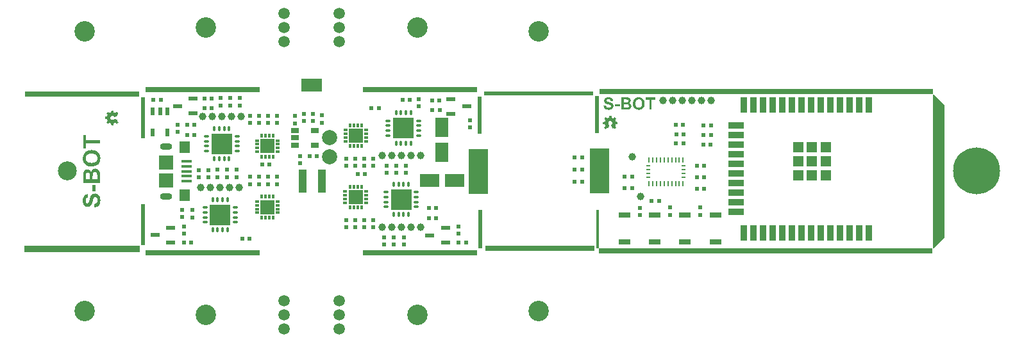
<source format=gts>
%FSTAX25Y25*%
%MOIN*%
%SFA1B1*%

%IPPOS*%
%ADD36R,0.035433X0.078740*%
%ADD37R,0.078740X0.035433*%
%ADD38R,0.052362X0.052362*%
%ADD41R,0.009843X0.026575*%
%ADD42R,0.022638X0.009843*%
%ADD43R,1.732178X0.030697*%
%ADD44R,0.100000X0.237586*%
%ADD45R,0.021008X0.201004*%
%ADD46R,0.019902X0.196118*%
%ADD47R,0.107547X0.069027*%
%ADD48R,0.018531X0.196118*%
%ADD49R,0.016976X0.201004*%
%ADD50R,0.569708X0.031283*%
%ADD51R,0.567822X0.023850*%
%ADD52R,0.592979X0.031378*%
%ADD53R,0.601306X0.037791*%
%ADD54R,0.597554X0.027272*%
%ADD55R,0.597554X0.028732*%
%ADD56R,0.597554X0.027567*%
%ADD57R,0.597554X0.029276*%
%ADD58R,0.019858X0.212523*%
%ADD59R,0.022839X0.215515*%
%ADD60O,0.013780X0.031496*%
%ADD61O,0.031496X0.013780*%
%ADD62R,0.106299X0.106299*%
%ADD63R,0.072835X0.072835*%
%ADD64R,0.011811X0.024803*%
%ADD65R,0.024803X0.011811*%
%ADD66R,0.021654X0.019685*%
%ADD67R,0.019685X0.021654*%
%ADD68C,0.039370*%
%ADD69R,0.070866X0.100393*%
%ADD70R,0.039370X0.027559*%
%ADD71R,0.100393X0.070866*%
%ADD72C,0.078740*%
%ADD73R,0.051181X0.023622*%
%ADD74R,0.023622X0.043307*%
%ADD75C,0.059055*%
%ADD76R,0.055118X0.062992*%
%ADD77R,0.074803X0.074803*%
%ADD78R,0.053150X0.015748*%
%ADD79R,0.040157X0.124803*%
%ADD80R,0.062992X0.031496*%
%ADD81C,0.098425*%
%ADD82C,0.244094*%
%ADD83C,0.106299*%
%ADD84O,0.062992X0.035433*%
%ADD85C,0.019685*%
%LNpcb1-1*%
%LPD*%
G36*
X0439879Y0606078D02*
Y0606104D01*
X0439893*
X0439906*
Y0606118*
X0439919*
X0439932*
X0439945*
X0439958*
Y0606131*
X0439972*
X0439985*
X0439998*
X0440011*
X0440024*
X0440037*
Y0606144*
X044005*
X0440063*
X0440076*
X044009*
X0440103*
Y0606157*
X0440116*
X0440129*
X0440142*
X0440155*
X0440168*
Y060617*
X0440181*
X0440194*
X0440208*
X0440221*
X0440234*
X0440247*
Y0606183*
X044026*
X0440273*
X0440287*
X04403*
X0440312*
Y0606196*
X0440326*
X0440339*
X0440352*
X0440365*
X0440378*
Y0606209*
X0440391*
X0440405*
X0440418*
X0440431*
X0440444*
X0440457*
Y0606222*
X044047*
X0440483*
X0440496*
X0440509*
X0440523*
Y0606236*
X0440536*
X0440549*
X0440562*
X0440575*
X0440588*
X0440601*
Y0606249*
X0440614*
X0440627*
X0440641*
X0440654*
X0440667*
Y0606262*
X044068*
X0440693*
X0440707*
X044072*
X0440733*
Y0606275*
X0440746*
X0440759*
X0440772*
X0440785*
X0440798*
X0440811*
Y0606288*
X0440825*
X0440838*
X0440851*
X0440864*
X0440877*
Y0606301*
X044089*
X0440903*
X0440916*
Y0606314*
X0440929*
Y0606327*
X0440943*
Y0606341*
X0440956*
Y060638*
X0440969*
Y0606406*
X0440982*
Y0606433*
X0440995*
Y0606472*
X0441008*
Y0606498*
X0441022*
Y0606538*
X0441035*
Y0606564*
X0441048*
Y0606603*
X0441061*
Y0606629*
X0441074*
Y0606669*
X0441087*
Y0606695*
X04411*
Y0606721*
X0441113*
Y0606761*
X0441126*
Y0606787*
X044114*
Y0606826*
X0441153*
Y0606853*
X0441166*
Y0606892*
X0441179*
Y0606918*
X0441192*
Y0606957*
X0441205*
Y0606984*
X0441218*
Y0607023*
X0441231*
Y060705*
X0441218*
Y0607089*
X0441205*
Y0607102*
X0441192*
Y0607128*
X0441179*
Y0607141*
X0441166*
Y0607168*
X0441153*
Y0607181*
X044114*
Y0607207*
X0441126*
Y060722*
X0441113*
Y0607246*
X04411*
Y0607259*
X0441087*
Y0607286*
X0441074*
Y0607299*
X0441061*
Y0607312*
X0441048*
Y0607338*
X0441035*
Y0607351*
X0441022*
Y0607377*
X0441008*
Y060739*
X0440995*
Y0607417*
X0440982*
Y060743*
X0440969*
Y0607456*
X0440956*
Y0607469*
X0440943*
Y0607496*
X0440929*
Y0607509*
X0440916*
Y0607522*
X0440903*
Y0607548*
X044089*
Y0607561*
X0440877*
Y0607587*
X0440864*
Y0607601*
X0440851*
Y0607627*
X0440838*
Y060764*
X0440825*
Y0607666*
X0440811*
Y0607679*
X0440798*
Y0607706*
X0440785*
Y0607719*
X0440772*
Y0607732*
X0440759*
Y0607758*
X0440746*
Y0607771*
X0440733*
Y0607798*
X044072*
Y0607811*
X0440707*
Y0607837*
X0440693*
Y060785*
X044068*
Y0607876*
X0440667*
Y0607889*
X0440654*
Y0607916*
X0440641*
Y0607955*
X0440654*
Y0607968*
X0440667*
Y0607994*
X044068*
Y0608007*
X0440693*
Y0608021*
X0440707*
Y0608034*
X044072*
Y0608047*
X0440733*
Y060806*
X0440746*
Y0608073*
X0440759*
Y0608086*
X0440772*
Y06081*
X0440785*
Y0608112*
X0440798*
Y0608125*
X0440811*
Y0608139*
X0440825*
Y0608152*
X0440838*
Y0608165*
X0440851*
Y0608178*
X0440864*
Y0608191*
X0440877*
Y0608204*
X044089*
Y0608218*
X0440903*
Y0608231*
X0440916*
Y0608244*
X0440929*
Y0608257*
X0440943*
Y060827*
X0440956*
Y0608283*
X0440969*
Y0608296*
X0440982*
Y0608309*
X0440995*
Y0608322*
X0441008*
Y0608336*
X0441022*
Y0608349*
X0441035*
Y0608362*
X0441048*
Y0608375*
X0441061*
Y0608388*
X0441074*
Y0608401*
X0441087*
Y0608414*
X04411*
Y0608427*
X0441113*
Y0608441*
X0441126*
Y0608454*
X044114*
Y0608467*
X0441153*
Y060848*
X0441166*
Y0608493*
X0441179*
Y0608506*
X0441192*
Y060852*
X0441205*
Y0608533*
X0441218*
Y0608546*
X0441231*
Y0608559*
X0441244*
Y0608572*
X0441258*
Y0608585*
X0441271*
Y0608598*
X0441284*
Y0608611*
X0441297*
Y0608624*
X044131*
Y0608638*
X0441323*
Y0608651*
X0441337*
Y0608664*
X044135*
X0441362*
Y0608677*
X0441376*
X0441389*
X0441402*
X0441415*
Y0608664*
X0441428*
X0441441*
Y0608651*
X0441455*
Y0608638*
X0441468*
X0441481*
Y0608624*
X0441494*
Y0608611*
X0441507*
Y0608598*
X044152*
X0441533*
Y0608585*
X0441546*
Y0608572*
X0441559*
X0441573*
Y0608559*
X0441586*
Y0608546*
X0441599*
X0441612*
Y0608533*
X0441625*
Y060852*
X0441638*
X0441651*
Y0608506*
X0441664*
Y0608493*
X0441677*
X0441691*
Y060848*
X0441704*
Y0608467*
X0441717*
Y0608454*
X044173*
X0441743*
Y0608441*
X0441757*
Y0608427*
X044177*
X0441783*
Y0608414*
X0441796*
Y0608401*
X0441809*
X0441822*
Y0608388*
X0441835*
Y0608375*
X0441848*
X0441861*
Y0608362*
X0441875*
Y0608349*
X0441888*
X0441901*
Y0608336*
X0441914*
Y0608322*
X0441927*
X044194*
Y0608309*
X0441953*
Y0608296*
X0441966*
Y0608283*
X0441979*
X0441993*
Y060827*
X0442006*
Y0608257*
X0442019*
X0442032*
Y0608244*
X0442045*
Y0608231*
X0442058*
X0442072*
Y0608218*
X0442085*
Y0608204*
X0442098*
X0442111*
Y0608191*
X0442124*
Y0608178*
X0442137*
X044215*
Y0608165*
X0442163*
Y0608152*
X0442176*
Y0608139*
X044219*
X0442203*
Y0608125*
X0442216*
Y0608112*
X0442229*
X0442242*
X0442255*
Y06081*
X0442268*
Y0608112*
X0442281*
X0442294*
X0442308*
X0442321*
Y0608125*
X0442334*
X0442347*
Y0608139*
X044236*
X0442373*
X0442387*
Y0608152*
X04424*
X0442412*
Y0608165*
X0442426*
X0442439*
Y0608178*
X0442452*
X0442465*
X0442478*
Y0608191*
X0442491*
X0442505*
Y0608204*
X0442518*
X0442531*
Y0608218*
X0442544*
X0442557*
X044257*
Y0608231*
X0442583*
X0442596*
Y0608244*
X0442609*
X0442623*
Y0608257*
X0442636*
X0442649*
X0442662*
Y060827*
X0442675*
X0442688*
Y0608283*
X0442701*
X0442714*
Y0608296*
X0442727*
X0442741*
X0442754*
Y0608309*
X0442767*
X044278*
Y0608322*
X0442793*
X0442807*
Y0608336*
X044282*
X0442833*
X0442846*
Y0608349*
X0442859*
X0442872*
Y0608362*
X0442885*
X0442898*
Y0608375*
X0442911*
X0442925*
X0442938*
Y0608388*
X0442951*
X0442964*
Y0608401*
X0442977*
X044299*
Y0608414*
X0443003*
Y0608427*
X0443016*
Y0608441*
X0443029*
Y0608493*
X0443043*
Y0608559*
X0443056*
Y0608624*
X0443069*
Y0608703*
X0443082*
Y0608769*
X0443095*
Y0608835*
X0443108*
Y0608913*
X0443122*
Y0608979*
X0443135*
Y0609057*
X0443148*
Y0609123*
X0443161*
Y0609189*
X0443174*
Y0609268*
X0443187*
Y0609333*
X04432*
Y0609399*
X0443213*
Y0609438*
X0443226*
Y0609451*
X044324*
X0443253*
X0443266*
X0443279*
X0443292*
X0443305*
X0443318*
X0443331*
X0443344*
X0443358*
X0443371*
X0443384*
X0443397*
X044341*
X0443423*
X0443437*
X044345*
X0443462*
X0443476*
X0443489*
X0443502*
X0443515*
X0443528*
X0443541*
X0443555*
X0443568*
X0443581*
X0443594*
X0443607*
X044362*
X0443633*
X0443646*
X0443659*
X0443673*
X0443686*
X0443699*
X0443712*
X0443725*
X0443738*
X0443751*
X0443764*
X0443778*
X0443791*
X0443804*
X0443817*
X044383*
X0443843*
X0443856*
X044387*
X0443883*
X0443896*
X0443909*
X0443922*
X0443935*
X0443948*
X0443961*
X0443975*
X0443988*
X0444001*
X0444014*
X0444027*
X044404*
X0444053*
X0444066*
X0444079*
X0444093*
X0444106*
X0444119*
X0444132*
X0444145*
X0444158*
X0444172*
X0444185*
X0444198*
X0444211*
X0444224*
X0444237*
X044425*
X0444263*
Y0609438*
X0444276*
Y0609425*
X044429*
Y0609386*
X0444303*
Y060932*
X0444316*
Y0609241*
X0444329*
Y0609175*
X0444342*
Y060911*
X0444355*
Y0609031*
X0444368*
Y0608966*
X0444381*
Y06089*
X0444394*
Y0608821*
X0444408*
Y0608756*
X0444421*
Y0608677*
X0444434*
Y0608611*
X0444447*
Y0608546*
X044446*
Y060848*
X0444473*
Y0608454*
X0444487*
Y0608441*
X04445*
Y0608427*
X0444512*
X0444526*
Y0608414*
X0444539*
X0444552*
X0444565*
Y0608401*
X0444578*
X0444591*
Y0608388*
X0444605*
X0444618*
X0444631*
Y0608375*
X0444644*
X0444657*
Y0608362*
X044467*
X0444683*
X0444696*
Y0608349*
X0444709*
X0444723*
Y0608336*
X0444736*
X0444749*
X0444762*
Y0608322*
X0444775*
X0444788*
Y0608309*
X0444801*
X0444814*
X0444828*
Y0608296*
X0444841*
X0444854*
Y0608283*
X0444867*
X044488*
X0444893*
Y060827*
X0444906*
X044492*
Y0608257*
X0444933*
X0444946*
X0444959*
Y0608244*
X0444972*
X0444985*
Y0608231*
X0444998*
X0445011*
X0445024*
Y0608218*
X0445038*
X0445051*
Y0608204*
X0445064*
X0445077*
X044509*
Y0608191*
X0445103*
X0445116*
Y0608178*
X0445129*
X0445143*
X0445156*
Y0608165*
X0445169*
X0445182*
Y0608152*
X0445195*
X0445208*
X0445222*
Y0608139*
X0445235*
X0445248*
X0445261*
X0445274*
X0445287*
X04453*
X0445313*
Y0608152*
X0445326*
X044534*
Y0608165*
X0445353*
Y0608178*
X0445366*
X0445379*
Y0608191*
X0445392*
Y0608204*
X0445405*
X0445418*
Y0608218*
X0445431*
Y0608231*
X0445444*
Y0608244*
X0445458*
X0445471*
Y0608257*
X0445484*
Y060827*
X0445497*
X044551*
Y0608283*
X0445523*
Y0608296*
X0445537*
X044555*
Y0608309*
X0445562*
Y0608322*
X0445576*
X0445589*
Y0608336*
X0445602*
Y0608349*
X0445615*
X0445628*
Y0608362*
X0445641*
Y0608375*
X0445655*
X0445668*
Y0608388*
X0445681*
Y0608401*
X0445694*
Y0608414*
X0445707*
X044572*
Y0608427*
X0445733*
Y0608441*
X0445746*
X0445759*
Y0608454*
X0445773*
Y0608467*
X0445786*
X0445799*
Y060848*
X0445812*
Y0608493*
X0445825*
X0445838*
Y0608506*
X0445851*
Y060852*
X0445864*
X0445878*
Y0608533*
X0445891*
Y0608546*
X0445904*
Y0608559*
X0445917*
X044593*
Y0608572*
X0445943*
Y0608585*
X0445956*
X044597*
Y0608598*
X0445983*
Y0608611*
X0445996*
X0446009*
Y0608624*
X0446022*
Y0608638*
X0446035*
X0446048*
Y0608651*
X0446061*
Y0608664*
X0446074*
X0446088*
Y0608677*
X0446101*
X0446114*
X0446127*
X044614*
Y0608664*
X0446153*
Y0608651*
X0446166*
Y0608638*
X0446179*
Y0608624*
X0446193*
Y0608611*
X0446206*
Y0608598*
X0446219*
Y0608585*
X0446232*
Y0608572*
X0446245*
Y0608559*
X0446258*
Y0608546*
X0446272*
Y0608533*
X0446285*
Y060852*
X0446298*
Y0608506*
X0446311*
Y0608493*
X0446324*
Y060848*
X0446337*
Y0608467*
X044635*
Y0608454*
X0446363*
Y0608441*
X0446376*
Y0608427*
X044639*
Y0608414*
X0446403*
Y0608401*
X0446416*
Y0608388*
X0446429*
Y0608375*
X0446442*
Y0608362*
X0446455*
Y0608349*
X0446468*
Y0608336*
X0446481*
Y0608322*
X0446494*
Y0608309*
X0446508*
Y0608296*
X0446521*
Y0608283*
X0446534*
Y060827*
X0446547*
Y0608257*
X044656*
Y0608244*
X0446573*
Y0608231*
X0446587*
Y0608218*
X04466*
Y0608204*
X0446612*
Y0608191*
X0446626*
Y0608178*
X0446639*
Y0608165*
X0446652*
Y0608152*
X0446665*
Y0608139*
X0446678*
Y0608125*
X0446691*
Y0608112*
X0446705*
Y06081*
X0446718*
Y0608086*
X0446731*
Y0608073*
X0446744*
Y060806*
X0446757*
Y0608047*
X044677*
Y0608034*
X0446783*
Y0608021*
X0446796*
Y0608007*
X0446809*
Y0607994*
X0446823*
Y0607981*
X0446836*
Y0607968*
X0446849*
Y0607942*
X0446862*
Y0607929*
X0446849*
Y0607889*
X0446836*
Y0607876*
X0446823*
Y0607863*
X0446809*
Y0607837*
X0446796*
Y0607824*
X0446783*
Y0607798*
X044677*
Y0607785*
X0446757*
Y0607758*
X0446744*
Y0607745*
X0446731*
Y0607719*
X0446718*
Y0607706*
X0446705*
Y0607679*
X0446691*
Y0607666*
X0446678*
Y060764*
X0446665*
Y0607627*
X0446652*
Y0607614*
X0446639*
Y0607587*
X0446626*
Y0607574*
X0446612*
Y0607548*
X04466*
Y0607535*
X0446587*
Y0607509*
X0446573*
Y0607496*
X044656*
Y0607469*
X0446547*
Y0607456*
X0446534*
Y060743*
X0446521*
Y0607417*
X0446508*
Y0607404*
X0446494*
Y0607377*
X0446481*
Y0607364*
X0446468*
Y0607338*
X0446455*
Y0607325*
X0446442*
Y0607299*
X0446429*
Y0607286*
X0446416*
Y0607259*
X0446403*
Y0607246*
X044639*
Y060722*
X0446376*
Y0607207*
X0446363*
Y0607194*
X044635*
Y0607168*
X0446337*
Y0607154*
X0446324*
Y0607075*
X0446337*
Y060705*
X044635*
Y0607023*
X0446363*
Y0606997*
X0446376*
Y0606971*
X044639*
Y0606944*
X0446403*
Y0606918*
X0446416*
Y0606905*
X0446429*
Y0606879*
X0446442*
Y0606853*
X0446455*
Y0606826*
X0446468*
Y06068*
X0446481*
Y0606774*
X0446494*
Y0606748*
X0446508*
Y0606695*
X0446494*
X0446481*
Y0606682*
X0446468*
X0446455*
Y0606669*
X0446442*
X0446429*
X0446416*
Y0606656*
X0446403*
X044639*
Y0606642*
X0446376*
X0446363*
Y0606629*
X044635*
X0446337*
X0446324*
Y0606616*
X0446311*
X0446298*
Y0606603*
X0446285*
X0446272*
X0446258*
Y060659*
X0446245*
X0446232*
Y0606577*
X0446219*
X0446206*
Y0606564*
X0446193*
X0446179*
X0446166*
Y0606551*
X0446153*
X044614*
Y0606538*
X0446127*
X0446114*
X0446101*
Y0606524*
X0446088*
X0446074*
Y0606511*
X0446061*
X0446048*
X0446035*
Y0606498*
X0446022*
X0446009*
Y0606485*
X0445996*
X0445983*
Y0606472*
X044597*
X0445956*
X0445943*
Y0606459*
X044593*
X0445917*
Y0606446*
X0445904*
X0445891*
X0445878*
Y0606433*
X0445864*
X0445851*
Y060642*
X0445838*
X0445825*
Y0606406*
X0445812*
X0445799*
X0445786*
Y0606393*
X0445773*
X0445759*
Y060638*
X0445746*
X0445733*
X044572*
Y0606367*
X0445707*
X0445694*
Y0606354*
X0445681*
X0445668*
X0445655*
Y0606341*
X0445641*
X0445628*
Y0606327*
X0445615*
X0445602*
Y0606314*
X0445589*
X0445576*
X0445562*
Y0606301*
X044555*
X0445537*
Y0606288*
X0445523*
X044551*
X0445497*
Y0606275*
X0445484*
X0445471*
Y0606262*
X0445458*
X0445444*
Y0606249*
X0445431*
X0445418*
X0445405*
Y0606236*
X0445392*
X0445379*
Y0606222*
X0445366*
X0445353*
X044534*
Y0606209*
X0445326*
X0445313*
Y0606196*
X04453*
X0445287*
X0445274*
Y0606183*
X0445261*
X0445248*
Y060617*
X0445235*
X0445222*
Y0606157*
X0445208*
X0445195*
X0445182*
Y0606144*
X0445169*
X0445156*
Y0606131*
X0445143*
X0445129*
X0445116*
Y0606118*
X0445103*
X044509*
Y0606104*
X0445077*
X0445064*
Y0606091*
X0445051*
X0445038*
X0445024*
Y0606078*
X0445011*
X0444998*
Y0606065*
X0444985*
X0444972*
X0444959*
Y0606052*
X0444946*
X0444933*
Y0606039*
X044492*
X0444906*
Y0606025*
X0444893*
X044488*
X0444867*
Y0606012*
X0444854*
X0444841*
Y0606*
X0444828*
X0444814*
X0444801*
X0444788*
X0444775*
Y0606012*
X0444762*
Y0606025*
X0444749*
Y0606052*
X0444736*
Y0606078*
X0444723*
Y0606091*
X0444709*
Y0606118*
X0444696*
Y0606131*
X0444683*
Y0606144*
X044467*
Y060617*
X0444657*
Y0606183*
X0444644*
Y0606196*
X0444631*
Y0606222*
X0444618*
Y0606236*
X0444605*
Y0606262*
X0444591*
Y0606275*
X0444578*
Y0606288*
X0444565*
Y0606301*
X0444552*
Y0606314*
X0444539*
Y0606327*
X0444526*
Y0606341*
X0444512*
Y0606354*
X04445*
Y0606367*
X0444487*
Y060638*
X0444473*
Y0606393*
X044446*
Y0606406*
X0444447*
X0444434*
Y060642*
X0444421*
Y0606433*
X0444408*
Y0606446*
X0444394*
Y0606459*
X0444381*
X0444368*
Y0606472*
X0444355*
Y0606485*
X0444342*
X0444329*
Y0606498*
X0444316*
X0444303*
Y0606511*
X044429*
Y0606524*
X0444276*
X0444263*
Y0606538*
X044425*
X0444237*
Y0606551*
X0444224*
X0444211*
Y0606564*
X0444198*
X0444185*
Y0606577*
X0444172*
X0444158*
X0444145*
Y060659*
X0444132*
X0444119*
X0444106*
Y0606603*
X0444093*
X0444079*
X0444066*
Y0606616*
X0444053*
X044404*
X0444027*
Y0606629*
X0444014*
X0444001*
X0443988*
X0443975*
X0443961*
Y0606642*
X0443948*
X0443935*
X0443922*
X0443909*
X0443896*
Y0606656*
X0443883*
X044387*
X0443856*
X0443843*
X044383*
X0443817*
X0443804*
X0443791*
X0443778*
X0443764*
X0443751*
X0443738*
X0443725*
X0443712*
X0443699*
X0443686*
X0443673*
X0443659*
X0443646*
X0443633*
X044362*
Y0606642*
X0443607*
X0443594*
X0443581*
X0443568*
X0443555*
X0443541*
Y0606629*
X0443528*
X0443515*
X0443502*
X0443489*
Y0606616*
X0443476*
X0443462*
X044345*
X0443437*
Y0606603*
X0443423*
X044341*
X0443397*
Y060659*
X0443384*
X0443371*
X0443358*
Y0606577*
X0443344*
X0443331*
Y0606564*
X0443318*
X0443305*
Y0606551*
X0443292*
X0443279*
Y0606538*
X0443266*
X0443253*
Y0606524*
X044324*
X0443226*
Y0606511*
X0443213*
X04432*
Y0606498*
X0443187*
X0443174*
Y0606485*
X0443161*
Y0606472*
X0443148*
X0443135*
Y0606459*
X0443122*
Y0606446*
X0443108*
Y0606433*
X0443095*
X0443082*
Y060642*
X0443069*
Y0606406*
X0443056*
Y0606393*
X0443043*
Y060638*
X0443029*
Y0606367*
X0443016*
Y0606354*
X0443003*
X044299*
Y0606341*
X0442977*
Y0606314*
X0442964*
Y0606301*
X0442951*
Y0606288*
X0442938*
Y0606275*
X0442925*
Y0606262*
X0442911*
Y0606249*
X0442898*
Y0606222*
X0442885*
Y0606209*
X0442872*
Y0606196*
X0442859*
Y060617*
X0442846*
Y0606157*
X0442833*
Y0606131*
X044282*
Y0606104*
X0442807*
Y0606091*
X0442793*
Y0606065*
X044278*
Y0606039*
X0442767*
Y0606*
X0442754*
Y0605973*
X0442741*
Y0605934*
X0442727*
Y0605907*
X0442714*
Y0605855*
X0442701*
Y0605803*
X0442688*
Y0605724*
X0442675*
Y0605422*
X0442688*
Y0605343*
X0442701*
Y0605291*
X0442714*
Y0605238*
X0442727*
Y0605212*
X0442741*
Y0605172*
X0442754*
Y0605146*
X0442767*
Y0605107*
X044278*
Y0605081*
X0442793*
Y0605054*
X0442807*
Y0605041*
X044282*
Y0605015*
X0442833*
Y0604989*
X0442846*
Y0604975*
X0442859*
Y060495*
X0442872*
Y0604936*
X0442885*
Y0604923*
X0442898*
Y0604897*
X0442911*
Y0604884*
X0442925*
Y0604871*
X0442938*
Y0604857*
X0442951*
Y0604844*
X0442964*
Y0604831*
X0442977*
Y0604805*
X044299*
Y0604792*
X0443003*
X0443016*
Y0604779*
X0443029*
Y0604766*
X0443043*
Y0604753*
X0443056*
Y0604739*
X0443069*
Y0604726*
X0443082*
Y0604713*
X0443095*
X0443108*
Y06047*
X0443122*
Y0604687*
X0443135*
Y0604674*
X0443148*
X0443161*
Y0604661*
X0443174*
Y0604648*
X0443187*
X04432*
Y0604635*
X0443213*
X0443226*
Y0604621*
X044324*
X0443253*
Y0604608*
X0443266*
X0443279*
Y0604595*
X0443292*
X0443305*
Y0604582*
X0443318*
X0443331*
Y0604569*
X0443344*
X0443358*
Y0604556*
X0443371*
X0443384*
X0443397*
Y0604542*
X044341*
X0443423*
X0443437*
Y0604529*
X044345*
X0443462*
X0443476*
X0443489*
Y0604516*
X0443502*
X0443515*
X0443528*
X0443541*
Y0604503*
X0443555*
X0443568*
X0443581*
X0443594*
X0443607*
X044362*
Y060449*
X0443633*
X0443646*
X0443659*
X0443673*
X0443686*
X0443699*
X0443712*
X0443725*
X0443738*
X0443751*
X0443764*
X0443778*
X0443791*
X0443804*
X0443817*
X044383*
X0443843*
X0443856*
X044387*
X0443883*
X0443896*
Y0604503*
X0443909*
X0443922*
X0443935*
X0443948*
X0443961*
Y0604516*
X0443975*
X0443988*
X0444001*
X0444014*
X0444027*
Y0604529*
X044404*
X0444053*
X0444066*
Y0604542*
X0444079*
X0444093*
X0444106*
Y0604556*
X0444119*
X0444132*
X0444145*
Y0604569*
X0444158*
X0444172*
X0444185*
Y0604582*
X0444198*
X0444211*
Y0604595*
X0444224*
X0444237*
Y0604608*
X044425*
X0444263*
Y0604621*
X0444276*
X044429*
Y0604635*
X0444303*
Y0604648*
X0444316*
X0444329*
Y0604661*
X0444342*
X0444355*
Y0604674*
X0444368*
Y0604687*
X0444381*
X0444394*
Y06047*
X0444408*
Y0604713*
X0444421*
Y0604726*
X0444434*
Y0604739*
X0444447*
X044446*
Y0604753*
X0444473*
Y0604766*
X0444487*
Y0604779*
X04445*
Y0604792*
X0444512*
Y0604805*
X0444526*
Y0604818*
X0444539*
Y0604831*
X0444552*
Y0604844*
X0444565*
Y0604857*
X0444578*
Y0604871*
X0444591*
Y0604884*
X0444605*
Y060491*
X0444618*
Y0604923*
X0444631*
Y060495*
X0444644*
Y0604962*
X0444657*
Y0604975*
X044467*
Y0605002*
X0444683*
Y0605015*
X0444696*
Y0605028*
X0444709*
Y0605054*
X0444723*
Y0605068*
X0444736*
Y0605094*
X0444749*
Y060512*
X0444762*
Y0605133*
X0444775*
Y0605146*
X0444788*
X0444801*
X0444814*
X0444828*
X0444841*
Y0605133*
X0444854*
X0444867*
Y060512*
X044488*
X0444893*
X0444906*
Y0605107*
X044492*
X0444933*
Y0605094*
X0444946*
X0444959*
Y0605081*
X0444972*
X0444985*
X0444998*
Y0605068*
X0445011*
X0445024*
Y0605054*
X0445038*
X0445051*
X0445064*
Y0605041*
X0445077*
X044509*
Y0605028*
X0445103*
X0445116*
Y0605015*
X0445129*
X0445143*
X0445156*
Y0605002*
X0445169*
X0445182*
Y0604989*
X0445195*
X0445208*
X0445222*
Y0604975*
X0445235*
X0445248*
Y0604962*
X0445261*
X0445274*
Y060495*
X0445287*
X04453*
X0445313*
Y0604936*
X0445326*
X044534*
Y0604923*
X0445353*
X0445366*
X0445379*
Y060491*
X0445392*
X0445405*
Y0604897*
X0445418*
X0445431*
X0445444*
Y0604884*
X0445458*
X0445471*
Y0604871*
X0445484*
X0445497*
Y0604857*
X044551*
X0445523*
X0445537*
Y0604844*
X044555*
X0445562*
Y0604831*
X0445576*
X0445589*
X0445602*
Y0604818*
X0445615*
X0445628*
Y0604805*
X0445641*
X0445655*
Y0604792*
X0445668*
X0445681*
X0445694*
Y0604779*
X0445707*
X044572*
Y0604766*
X0445733*
X0445746*
X0445759*
Y0604753*
X0445773*
X0445786*
Y0604739*
X0445799*
X0445812*
X0445825*
Y0604726*
X0445838*
X0445851*
Y0604713*
X0445864*
X0445878*
Y06047*
X0445891*
X0445904*
X0445917*
Y0604687*
X044593*
X0445943*
Y0604674*
X0445956*
X044597*
X0445983*
Y0604661*
X0445996*
X0446009*
Y0604648*
X0446022*
X0446035*
Y0604635*
X0446048*
X0446061*
X0446074*
Y0604621*
X0446088*
X0446101*
Y0604608*
X0446114*
X0446127*
X044614*
Y0604595*
X0446153*
X0446166*
Y0604582*
X0446179*
X0446193*
X0446206*
Y0604569*
X0446219*
X0446232*
Y0604556*
X0446245*
X0446258*
Y0604542*
X0446272*
X0446285*
X0446298*
Y0604529*
X0446311*
X0446324*
Y0604516*
X0446337*
X044635*
X0446363*
Y0604503*
X0446376*
X044639*
Y060449*
X0446403*
X0446416*
Y0604477*
X0446429*
X0446442*
X0446455*
Y0604464*
X0446468*
X0446481*
Y0604451*
X0446494*
X0446508*
Y0604398*
X0446494*
Y0604372*
X0446481*
Y0604346*
X0446468*
Y060432*
X0446455*
Y0604293*
X0446442*
Y0604267*
X0446429*
Y060424*
X0446416*
Y0604227*
X0446403*
Y0604201*
X044639*
Y0604175*
X0446376*
Y0604149*
X0446363*
Y0604122*
X044635*
Y0604096*
X0446337*
Y060407*
X0446324*
Y0603991*
X0446337*
Y0603978*
X044635*
Y0603952*
X0446363*
Y0603939*
X0446376*
Y0603925*
X044639*
Y06039*
X0446403*
Y0603886*
X0446416*
Y060386*
X0446429*
Y0603847*
X0446442*
Y0603821*
X0446455*
Y0603807*
X0446468*
Y0603781*
X0446481*
Y0603768*
X0446494*
Y0603742*
X0446508*
Y0603729*
X0446521*
Y0603716*
X0446534*
Y0603689*
X0446547*
Y0603676*
X044656*
Y060365*
X0446573*
Y0603637*
X0446587*
Y0603611*
X04466*
Y0603598*
X0446612*
Y0603571*
X0446626*
Y0603558*
X0446639*
Y0603532*
X0446652*
Y0603519*
X0446665*
Y0603506*
X0446678*
Y0603479*
X0446691*
Y0603466*
X0446705*
Y060344*
X0446718*
Y0603427*
X0446731*
Y0603401*
X0446744*
Y0603387*
X0446757*
Y0603361*
X044677*
Y0603348*
X0446783*
Y0603322*
X0446796*
Y0603309*
X0446809*
Y0603283*
X0446823*
Y0603269*
X0446836*
Y0603256*
X0446849*
Y0603217*
X0446862*
Y0603204*
X0446849*
Y0603177*
X0446836*
Y0603164*
X0446823*
Y0603151*
X0446809*
Y0603138*
X0446796*
Y0603125*
X0446783*
Y0603112*
X044677*
Y0603099*
X0446757*
Y0603086*
X0446744*
Y0603072*
X0446731*
Y0603059*
X0446718*
Y0603046*
X0446705*
Y0603033*
X0446691*
Y060302*
X0446678*
Y0603007*
X0446665*
Y0602994*
X0446652*
Y0602981*
X0446639*
Y0602968*
X0446626*
Y0602954*
X0446612*
Y0602941*
X04466*
Y0602928*
X0446587*
Y0602915*
X0446573*
Y0602902*
X044656*
Y0602889*
X0446547*
Y0602875*
X0446534*
Y0602862*
X0446521*
Y060285*
X0446508*
Y0602836*
X0446494*
Y0602823*
X0446481*
Y060281*
X0446468*
Y0602797*
X0446455*
Y0602784*
X0446442*
Y0602771*
X0446429*
Y0602757*
X0446416*
Y0602744*
X0446403*
Y0602731*
X044639*
Y0602718*
X0446376*
Y0602705*
X0446363*
Y0602692*
X044635*
Y0602679*
X0446337*
Y0602666*
X0446324*
Y0602653*
X0446311*
Y0602639*
X0446298*
Y0602626*
X0446285*
Y0602613*
X0446272*
Y06026*
X0446258*
Y0602587*
X0446245*
Y0602574*
X0446232*
Y0602561*
X0446219*
Y0602548*
X0446206*
Y0602535*
X0446193*
Y0602521*
X0446179*
Y0602508*
X0446166*
Y0602495*
X0446153*
Y0602482*
X044614*
Y0602469*
X0446127*
X0446114*
X0446101*
X0446088*
Y0602482*
X0446074*
X0446061*
Y0602495*
X0446048*
Y0602508*
X0446035*
X0446022*
Y0602521*
X0446009*
Y0602535*
X0445996*
X0445983*
Y0602548*
X044597*
Y0602561*
X0445956*
X0445943*
Y0602574*
X044593*
Y0602587*
X0445917*
X0445904*
Y06026*
X0445891*
Y0602613*
X0445878*
Y0602626*
X0445864*
X0445851*
Y0602639*
X0445838*
Y0602653*
X0445825*
X0445812*
Y0602666*
X0445799*
Y0602679*
X0445786*
X0445773*
Y0602692*
X0445759*
Y0602705*
X0445746*
X0445733*
Y0602718*
X044572*
Y0602731*
X0445707*
X0445694*
Y0602744*
X0445681*
Y0602757*
X0445668*
Y0602771*
X0445655*
X0445641*
Y0602784*
X0445628*
Y0602797*
X0445615*
X0445602*
Y060281*
X0445589*
Y0602823*
X0445576*
X0445562*
Y0602836*
X044555*
Y060285*
X0445537*
X0445523*
Y0602862*
X044551*
Y0602875*
X0445497*
X0445484*
Y0602889*
X0445471*
Y0602902*
X0445458*
X0445444*
Y0602915*
X0445431*
Y0602928*
X0445418*
Y0602941*
X0445405*
X0445392*
Y0602954*
X0445379*
Y0602968*
X0445366*
X0445353*
Y0602981*
X044534*
Y0602994*
X0445326*
X0445313*
Y0603007*
X04453*
X0445287*
X0445274*
X0445261*
X0445248*
X0445235*
X0445222*
Y0602994*
X0445208*
X0445195*
X0445182*
Y0602981*
X0445169*
X0445156*
Y0602968*
X0445143*
X0445129*
X0445116*
Y0602954*
X0445103*
X044509*
Y0602941*
X0445077*
X0445064*
X0445051*
Y0602928*
X0445038*
X0445024*
Y0602915*
X0445011*
X0444998*
X0444985*
Y0602902*
X0444972*
X0444959*
Y0602889*
X0444946*
X0444933*
X044492*
Y0602875*
X0444906*
X0444893*
Y0602862*
X044488*
X0444867*
X0444854*
Y060285*
X0444841*
X0444828*
Y0602836*
X0444814*
X0444801*
X0444788*
Y0602823*
X0444775*
X0444762*
Y060281*
X0444749*
X0444736*
X0444723*
Y0602797*
X0444709*
X0444696*
Y0602784*
X0444683*
X044467*
X0444657*
Y0602771*
X0444644*
X0444631*
Y0602757*
X0444618*
X0444605*
X0444591*
Y0602744*
X0444578*
X0444565*
Y0602731*
X0444552*
X0444539*
X0444526*
Y0602718*
X0444512*
X04445*
Y0602705*
X0444487*
Y0602692*
X0444473*
Y0602666*
X044446*
Y06026*
X0444447*
Y0602535*
X0444434*
Y0602469*
X0444421*
Y060239*
X0444408*
Y0602324*
X0444394*
Y0602246*
X0444381*
Y060218*
X0444368*
Y0602114*
X0444355*
Y0602036*
X0444342*
Y060197*
X0444329*
Y0601904*
X0444316*
Y0601825*
X0444303*
Y060176*
X044429*
Y0601721*
X0444276*
Y0601707*
X0444263*
Y0601694*
X044425*
X0444237*
X0444224*
X0444211*
X0444198*
X0444185*
X0444172*
X0444158*
X0444145*
X0444132*
X0444119*
X0444106*
X0444093*
X0444079*
X0444066*
X0444053*
X044404*
X0444027*
X0444014*
X0444001*
X0443988*
X0443975*
X0443961*
X0443948*
X0443935*
X0443922*
X0443909*
X0443896*
X0443883*
X044387*
X0443856*
X0443843*
X044383*
X0443817*
X0443804*
X0443791*
X0443778*
X0443764*
X0443751*
X0443738*
X0443725*
X0443712*
X0443699*
X0443686*
X0443673*
X0443659*
X0443646*
X0443633*
X044362*
X0443607*
X0443594*
X0443581*
X0443568*
X0443555*
X0443541*
X0443528*
X0443515*
X0443502*
X0443489*
X0443476*
X0443462*
X044345*
X0443437*
X0443423*
X044341*
X0443397*
X0443384*
X0443371*
X0443358*
X0443344*
X0443331*
X0443318*
X0443305*
X0443292*
X0443279*
X0443266*
X0443253*
X044324*
X0443226*
Y0601707*
X0443213*
Y0601747*
X04432*
Y0601812*
X0443187*
Y0601878*
X0443174*
Y0601957*
X0443161*
Y0602022*
X0443148*
Y0602088*
X0443135*
Y0602167*
X0443122*
Y0602233*
X0443108*
Y0602311*
X0443095*
Y0602377*
X0443082*
Y0602442*
X0443069*
Y0602521*
X0443056*
Y0602587*
X0443043*
Y0602653*
X0443029*
Y0602705*
X0443016*
Y0602718*
X0443003*
Y0602731*
X044299*
Y0602744*
X0442977*
X0442964*
Y0602757*
X0442951*
X0442938*
Y0602771*
X0442925*
X0442911*
X0442898*
Y0602784*
X0442885*
X0442872*
Y0602797*
X0442859*
X0442846*
Y060281*
X0442833*
X044282*
X0442807*
Y0602823*
X0442793*
X044278*
Y0602836*
X0442767*
X0442754*
Y060285*
X0442741*
X0442727*
X0442714*
Y0602862*
X0442701*
X0442688*
Y0602875*
X0442675*
X0442662*
Y0602889*
X0442649*
X0442636*
X0442623*
Y0602902*
X0442609*
X0442596*
Y0602915*
X0442583*
X044257*
Y0602928*
X0442557*
X0442544*
X0442531*
Y0602941*
X0442518*
X0442505*
Y0602954*
X0442491*
X0442478*
Y0602968*
X0442465*
X0442452*
X0442439*
Y0602981*
X0442426*
X0442412*
Y0602994*
X04424*
X0442387*
Y0603007*
X0442373*
X044236*
X0442347*
Y060302*
X0442334*
X0442321*
Y0603033*
X0442308*
X0442294*
X0442281*
X0442268*
Y0603046*
X0442255*
Y0603033*
X0442242*
X0442229*
X0442216*
Y060302*
X0442203*
Y0603007*
X044219*
X0442176*
Y0602994*
X0442163*
Y0602981*
X044215*
Y0602968*
X0442137*
X0442124*
Y0602954*
X0442111*
Y0602941*
X0442098*
X0442085*
Y0602928*
X0442072*
Y0602915*
X0442058*
X0442045*
Y0602902*
X0442032*
Y0602889*
X0442019*
X0442006*
Y0602875*
X0441993*
Y0602862*
X0441979*
X0441966*
Y060285*
X0441953*
Y0602836*
X044194*
Y0602823*
X0441927*
X0441914*
Y060281*
X0441901*
Y0602797*
X0441888*
X0441875*
Y0602784*
X0441861*
Y0602771*
X0441848*
X0441835*
Y0602757*
X0441822*
Y0602744*
X0441809*
X0441796*
Y0602731*
X0441783*
Y0602718*
X044177*
X0441757*
Y0602705*
X0441743*
Y0602692*
X044173*
X0441717*
Y0602679*
X0441704*
Y0602666*
X0441691*
Y0602653*
X0441677*
X0441664*
Y0602639*
X0441651*
Y0602626*
X0441638*
X0441625*
Y0602613*
X0441612*
Y06026*
X0441599*
X0441586*
Y0602587*
X0441573*
Y0602574*
X0441559*
X0441546*
Y0602561*
X0441533*
Y0602548*
X044152*
X0441507*
Y0602535*
X0441494*
Y0602521*
X0441481*
Y0602508*
X0441468*
X0441455*
Y0602495*
X0441441*
Y0602482*
X0441428*
X0441415*
Y0602469*
X0441402*
X0441389*
X0441376*
X0441362*
Y0602482*
X044135*
Y0602495*
X0441337*
Y0602508*
X0441323*
Y0602521*
X044131*
Y0602535*
X0441297*
Y0602548*
X0441284*
Y0602561*
X0441271*
Y0602574*
X0441258*
Y0602587*
X0441244*
Y06026*
X0441231*
Y0602613*
X0441218*
Y0602626*
X0441205*
Y0602639*
X0441192*
Y0602653*
X0441179*
Y0602666*
X0441166*
Y0602679*
X0441153*
Y0602692*
X044114*
Y0602705*
X0441126*
Y0602718*
X0441113*
Y0602731*
X04411*
Y0602744*
X0441087*
Y0602757*
X0441074*
Y0602771*
X0441061*
Y0602784*
X0441048*
Y0602797*
X0441035*
Y060281*
X0441022*
Y0602823*
X0441008*
Y0602836*
X0440995*
Y060285*
X0440982*
Y0602862*
X0440969*
Y0602875*
X0440956*
Y0602889*
X0440943*
Y0602902*
X0440929*
Y0602915*
X0440916*
Y0602928*
X0440903*
Y0602941*
X044089*
Y0602954*
X0440877*
Y0602968*
X0440864*
Y0602981*
X0440851*
Y0602994*
X0440838*
Y0603007*
X0440825*
Y060302*
X0440811*
Y0603033*
X0440798*
Y0603046*
X0440785*
Y0603059*
X0440772*
Y0603072*
X0440759*
Y0603086*
X0440746*
Y0603099*
X0440733*
Y0603112*
X044072*
Y0603125*
X0440707*
Y0603138*
X0440693*
Y0603151*
X044068*
Y0603164*
X0440667*
Y0603177*
X0440654*
Y0603191*
X0440641*
Y060323*
X0440654*
Y0603256*
X0440667*
Y0603269*
X044068*
Y0603296*
X0440693*
Y0603309*
X0440707*
Y0603335*
X044072*
Y0603348*
X0440733*
Y0603374*
X0440746*
Y0603387*
X0440759*
Y0603414*
X0440772*
Y0603427*
X0440785*
Y060344*
X0440798*
Y0603466*
X0440811*
Y0603479*
X0440825*
Y0603506*
X0440838*
Y0603519*
X0440851*
Y0603545*
X0440864*
Y0603558*
X0440877*
Y0603585*
X044089*
Y0603598*
X0440903*
Y0603624*
X0440916*
Y0603637*
X0440929*
Y060365*
X0440943*
Y0603676*
X0440956*
Y0603689*
X0440969*
Y0603716*
X0440982*
Y0603729*
X0440995*
Y0603755*
X0441008*
Y0603768*
X0441022*
Y0603794*
X0441035*
Y0603807*
X0441048*
Y0603834*
X0441061*
Y0603847*
X0441074*
Y0603873*
X0441087*
Y0603886*
X04411*
Y06039*
X0441113*
Y0603925*
X0441126*
Y0603939*
X044114*
Y0603965*
X0441153*
Y0603978*
X0441166*
Y0604004*
X0441179*
Y0604018*
X0441192*
Y0604044*
X0441205*
Y0604057*
X0441218*
Y0604096*
X0441231*
Y0604122*
X0441218*
Y0604162*
X0441205*
Y0604188*
X0441192*
Y0604227*
X0441179*
Y0604254*
X0441166*
Y0604293*
X0441153*
Y060432*
X044114*
Y0604359*
X0441126*
Y0604385*
X0441113*
Y0604424*
X04411*
Y0604451*
X0441087*
Y0604477*
X0441074*
Y0604516*
X0441061*
Y0604542*
X0441048*
Y0604582*
X0441035*
Y0604608*
X0441022*
Y0604648*
X0441008*
Y0604674*
X0440995*
Y0604713*
X0440982*
Y0604739*
X0440969*
Y0604766*
X0440956*
Y0604805*
X0440943*
Y0604818*
X0440929*
Y0604831*
X0440916*
Y0604844*
X0440903*
X044089*
X0440877*
Y0604857*
X0440864*
X0440851*
X0440838*
X0440825*
X0440811*
Y0604871*
X0440798*
X0440785*
X0440772*
X0440759*
X0440746*
X0440733*
Y0604884*
X044072*
X0440707*
X0440693*
X044068*
X0440667*
Y0604897*
X0440654*
X0440641*
X0440627*
X0440614*
X0440601*
Y060491*
X0440588*
X0440575*
X0440562*
X0440549*
X0440536*
X0440523*
Y0604923*
X0440509*
X0440496*
X0440483*
X044047*
X0440457*
Y0604936*
X0440444*
X0440431*
X0440418*
X0440405*
X0440391*
Y060495*
X0440378*
X0440365*
X0440352*
X0440339*
X0440326*
X0440312*
Y0604962*
X04403*
X0440287*
X0440273*
X044026*
X0440247*
Y0604975*
X0440234*
X0440221*
X0440208*
X0440194*
X0440181*
X0440168*
Y0604989*
X0440155*
X0440142*
X0440129*
X0440116*
X0440103*
Y0605002*
X044009*
X0440076*
X0440063*
X044005*
X0440037*
Y0605015*
X0440024*
X0440011*
X0439998*
X0439985*
X0439972*
X0439958*
Y0605028*
X0439945*
X0439932*
X0439919*
X0439906*
Y0605041*
X0439893*
X0439879*
Y0605068*
X0439866*
Y0606078*
X0439879*
G37*
G36*
X0703075Y060674D02*
X0703101D01*
Y0606727*
Y0606714*
X0703114*
Y0606701*
Y0606688*
Y0606674*
Y0606661*
X0703127*
Y0606648*
Y0606635*
Y0606622*
Y0606609*
Y0606596*
Y0606583*
X070314*
Y060657*
Y0606556*
Y0606543*
Y060653*
Y0606517*
X0703153*
Y0606504*
Y0606491*
Y0606478*
Y0606464*
Y0606451*
X0703166*
Y0606438*
Y0606425*
Y0606412*
Y0606399*
Y0606386*
Y0606373*
X0703179*
Y0606359*
Y0606346*
Y0606333*
Y060632*
Y0606307*
X0703193*
Y0606294*
Y0606281*
Y0606268*
Y0606255*
Y0606241*
X0703206*
Y0606228*
Y0606215*
Y0606202*
Y0606189*
Y0606176*
Y0606162*
X0703219*
Y060615*
Y0606137*
Y0606123*
Y060611*
Y0606097*
X0703232*
Y0606084*
Y0606071*
Y0606058*
Y0606044*
Y0606031*
Y0606018*
X0703245*
Y0606005*
Y0605992*
Y0605979*
Y0605966*
Y0605953*
X0703258*
Y060594*
Y0605926*
Y0605913*
Y06059*
Y0605887*
X0703271*
Y0605874*
Y0605861*
Y0605848*
Y0605835*
Y0605822*
Y0605808*
X0703285*
Y0605795*
Y0605782*
Y0605769*
Y0605756*
Y0605743*
X0703298*
Y0605729*
Y0605716*
Y0605703*
X0703311*
Y060569*
X0703324*
Y0605677*
X0703337*
Y0605664*
X0703376*
Y0605651*
X0703403*
Y0605638*
X0703429*
Y0605625*
X0703468*
Y0605611*
X0703494*
Y0605598*
X0703534*
Y0605585*
X070356*
Y0605572*
X07036*
Y0605559*
X0703626*
Y0605546*
X0703665*
Y0605533*
X0703691*
Y060552*
X0703718*
Y0605506*
X0703757*
Y0605493*
X0703783*
Y060548*
X0703823*
Y0605467*
X0703849*
Y0605454*
X0703888*
Y0605441*
X0703914*
Y0605427*
X0703954*
Y0605414*
X070398*
Y0605401*
X070402*
Y0605388*
X0704046*
Y0605401*
X0704085*
Y0605414*
X0704098*
Y0605427*
X0704124*
Y0605441*
X0704138*
Y0605454*
X0704164*
Y0605467*
X0704177*
Y060548*
X0704203*
Y0605493*
X0704216*
Y0605506*
X0704242*
Y060552*
X0704256*
Y0605533*
X0704282*
Y0605546*
X0704295*
Y0605559*
X0704308*
Y0605572*
X0704335*
Y0605585*
X0704348*
Y0605598*
X0704374*
Y0605611*
X0704387*
Y0605625*
X0704413*
Y0605638*
X0704426*
Y0605651*
X0704453*
Y0605664*
X0704466*
Y0605677*
X0704492*
Y060569*
X0704505*
Y0605703*
X0704518*
Y0605716*
X0704544*
Y0605729*
X0704558*
Y0605743*
X0704584*
Y0605756*
X0704597*
Y0605769*
X0704623*
Y0605782*
X0704637*
Y0605795*
X0704662*
Y0605808*
X0704676*
Y0605822*
X0704702*
Y0605835*
X0704715*
Y0605848*
X0704728*
Y0605861*
X0704755*
Y0605874*
X0704768*
Y0605887*
X0704794*
Y06059*
X0704807*
Y0605913*
X0704833*
Y0605926*
X0704846*
Y060594*
X0704873*
Y0605953*
X0704886*
Y0605966*
X0704912*
Y0605979*
X0704951*
Y0605966*
X0704964*
Y0605953*
X0704991*
Y060594*
X0705004*
Y0605926*
X0705017*
Y0605913*
X070503*
Y06059*
X0705043*
Y0605887*
X0705056*
Y0605874*
X070507*
Y0605861*
X0705083*
Y0605848*
X0705096*
Y0605835*
X0705109*
Y0605822*
X0705122*
Y0605808*
X0705135*
Y0605795*
X0705148*
Y0605782*
X0705161*
Y0605769*
X0705175*
Y0605756*
X0705188*
Y0605743*
X0705201*
Y0605729*
X0705214*
Y0605716*
X0705227*
Y0605703*
X070524*
Y060569*
X0705253*
Y0605677*
X0705266*
Y0605664*
X0705279*
Y0605651*
X0705293*
Y0605638*
X0705306*
Y0605625*
X0705319*
Y0605611*
X0705332*
Y0605598*
X0705345*
Y0605585*
X0705358*
Y0605572*
X0705371*
Y0605559*
X0705385*
Y0605546*
X0705398*
Y0605533*
X0705411*
Y060552*
X0705424*
Y0605506*
X0705437*
Y0605493*
X070545*
Y060548*
X0705463*
Y0605467*
X0705476*
Y0605454*
X070549*
Y0605441*
X0705503*
Y0605427*
X0705516*
Y0605414*
X0705529*
Y0605401*
X0705542*
Y0605388*
X0705555*
Y0605375*
X0705568*
Y0605362*
X0705581*
Y0605349*
X0705594*
Y0605336*
X0705608*
Y0605323*
X0705621*
Y0605309*
X0705634*
Y0605296*
X0705647*
Y0605283*
X070566*
Y060527*
Y0605257*
X0705673*
Y0605244*
Y0605231*
Y0605218*
Y0605205*
X070566*
Y0605191*
Y0605178*
X0705647*
Y0605165*
X0705634*
Y0605152*
Y0605139*
X0705621*
Y0605126*
X0705608*
Y0605112*
X0705594*
Y06051*
Y0605087*
X0705581*
Y0605073*
X0705568*
Y060506*
Y0605047*
X0705555*
Y0605034*
X0705542*
Y0605021*
Y0605008*
X0705529*
Y0604994*
X0705516*
Y0604981*
Y0604968*
X0705503*
Y0604955*
X070549*
Y0604942*
Y0604929*
X0705476*
Y0604916*
X0705463*
Y0604903*
X070545*
Y060489*
Y0604876*
X0705437*
Y0604863*
X0705424*
Y060485*
Y0604837*
X0705411*
Y0604824*
X0705398*
Y0604811*
Y0604798*
X0705385*
Y0604785*
X0705371*
Y0604771*
Y0604758*
X0705358*
Y0604745*
X0705345*
Y0604732*
Y0604719*
X0705332*
Y0604706*
X0705319*
Y0604693*
Y0604679*
X0705306*
Y0604666*
X0705293*
Y0604653*
X0705279*
Y060464*
Y0604627*
X0705266*
Y0604614*
X0705253*
Y0604601*
Y0604588*
X070524*
Y0604575*
X0705227*
Y0604561*
Y0604548*
X0705214*
Y0604535*
X0705201*
Y0604522*
Y0604509*
X0705188*
Y0604496*
X0705175*
Y0604483*
Y060447*
X0705161*
Y0604456*
X0705148*
Y0604443*
X0705135*
Y060443*
Y0604417*
X0705122*
Y0604404*
X0705109*
Y0604391*
Y0604378*
Y0604364*
X0705096*
Y0604351*
X0705109*
Y0604338*
Y0604325*
Y0604312*
Y0604299*
X0705122*
Y0604286*
Y0604273*
X0705135*
Y0604259*
Y0604246*
Y0604233*
X0705148*
Y060422*
Y0604207*
X0705161*
Y0604194*
Y0604181*
X0705175*
Y0604168*
Y0604155*
Y0604141*
X0705188*
Y0604128*
Y0604115*
X0705201*
Y0604102*
Y0604089*
X0705214*
Y0604076*
Y0604062*
Y060405*
X0705227*
Y0604037*
Y0604023*
X070524*
Y060401*
Y0603997*
X0705253*
Y0603984*
Y0603971*
Y0603958*
X0705266*
Y0603944*
Y0603931*
X0705279*
Y0603918*
Y0603905*
X0705293*
Y0603892*
Y0603879*
Y0603866*
X0705306*
Y0603853*
Y060384*
X0705319*
Y0603826*
Y0603813*
X0705332*
Y06038*
Y0603787*
Y0603774*
X0705345*
Y0603761*
Y0603748*
X0705358*
Y0603735*
Y0603722*
X0705371*
Y0603708*
Y0603695*
Y0603682*
X0705385*
Y0603669*
Y0603656*
X0705398*
Y0603643*
Y0603629*
X0705411*
Y0603616*
X0705424*
Y0603603*
X0705437*
Y060359*
X070549*
Y0603577*
X0705555*
Y0603564*
X0705621*
Y0603551*
X07057*
Y0603538*
X0705765*
Y0603524*
X0705831*
Y0603511*
X0705909*
Y0603498*
X0705975*
Y0603485*
X0706054*
Y0603472*
X070612*
Y0603459*
X0706185*
Y0603446*
X0706264*
Y0603433*
X0706329*
Y060342*
X0706395*
Y0603406*
X0706435*
Y0603393*
X0706448*
Y060338*
Y0603367*
Y0603354*
Y0603341*
Y0603327*
Y0603314*
Y0603301*
Y0603288*
Y0603275*
Y0603262*
Y0603249*
Y0603236*
Y0603223*
Y0603209*
Y0603196*
Y0603183*
Y060317*
Y0603157*
Y0603144*
Y0603131*
Y0603118*
Y0603105*
Y0603091*
Y0603078*
Y0603065*
Y0603052*
Y0603039*
Y0603026*
Y0603012*
Y0603*
Y0602987*
Y0602973*
Y060296*
Y0602947*
Y0602934*
Y0602921*
Y0602908*
Y0602894*
Y0602881*
Y0602868*
Y0602855*
Y0602842*
Y0602829*
Y0602816*
Y0602803*
Y060279*
Y0602776*
Y0602763*
Y060275*
Y0602737*
Y0602724*
Y0602711*
Y0602698*
Y0602685*
Y0602671*
Y0602658*
Y0602645*
Y0602632*
Y0602619*
Y0602606*
Y0602593*
Y0602579*
Y0602566*
Y0602553*
Y060254*
Y0602527*
Y0602514*
Y0602501*
Y0602488*
Y0602475*
Y0602461*
Y0602448*
Y0602435*
Y0602422*
Y0602409*
Y0602396*
Y0602383*
Y060237*
Y0602356*
X0706435*
Y0602343*
X0706422*
Y060233*
X0706382*
Y0602317*
X0706316*
Y0602304*
X0706238*
Y0602291*
X0706172*
Y0602278*
X0706106*
Y0602264*
X0706027*
Y0602251*
X0705962*
Y0602238*
X0705896*
Y0602225*
X0705818*
Y0602212*
X0705752*
Y0602199*
X0705673*
Y0602186*
X0705608*
Y0602173*
X0705542*
Y0602159*
X0705476*
Y0602146*
X070545*
Y0602133*
X0705437*
Y060212*
X0705424*
Y0602107*
Y0602094*
X0705411*
Y0602081*
Y0602068*
Y0602055*
X0705398*
Y0602041*
Y0602028*
X0705385*
Y0602015*
Y0602002*
Y0601989*
X0705371*
Y0601976*
Y0601962*
X0705358*
Y060195*
Y0601937*
Y0601923*
X0705345*
Y060191*
Y0601897*
X0705332*
Y0601884*
Y0601871*
Y0601858*
X0705319*
Y0601844*
Y0601831*
X0705306*
Y0601818*
Y0601805*
Y0601792*
X0705293*
Y0601779*
Y0601766*
X0705279*
Y0601753*
Y060174*
Y0601726*
X0705266*
Y0601713*
Y06017*
X0705253*
Y0601687*
Y0601674*
Y0601661*
X070524*
Y0601648*
Y0601635*
X0705227*
Y0601622*
Y0601608*
Y0601595*
X0705214*
Y0601582*
Y0601569*
X0705201*
Y0601556*
Y0601543*
Y0601529*
X0705188*
Y0601516*
Y0601503*
X0705175*
Y060149*
Y0601477*
Y0601464*
X0705161*
Y0601451*
Y0601438*
X0705148*
Y0601424*
Y0601411*
Y0601398*
X0705135*
Y0601385*
Y0601372*
Y0601359*
Y0601346*
Y0601333*
Y060132*
Y0601306*
X0705148*
Y0601293*
Y060128*
X0705161*
Y0601267*
X0705175*
Y0601254*
Y0601241*
X0705188*
Y0601227*
X0705201*
Y0601214*
Y0601201*
X0705214*
Y0601188*
X0705227*
Y0601175*
X070524*
Y0601162*
Y0601149*
X0705253*
Y0601136*
X0705266*
Y0601123*
Y0601109*
X0705279*
Y0601096*
X0705293*
Y0601083*
Y060107*
X0705306*
Y0601057*
X0705319*
Y0601044*
Y0601031*
X0705332*
Y0601018*
X0705345*
Y0601005*
Y0600991*
X0705358*
Y0600978*
X0705371*
Y0600965*
Y0600952*
X0705385*
Y0600939*
X0705398*
Y0600926*
X0705411*
Y0600912*
Y06009*
X0705424*
Y0600887*
X0705437*
Y0600873*
Y060086*
X070545*
Y0600847*
X0705463*
Y0600834*
Y0600821*
X0705476*
Y0600808*
X070549*
Y0600794*
Y0600781*
X0705503*
Y0600768*
X0705516*
Y0600755*
Y0600742*
X0705529*
Y0600729*
X0705542*
Y0600716*
X0705555*
Y0600703*
Y060069*
X0705568*
Y0600676*
X0705581*
Y0600663*
Y060065*
X0705594*
Y0600637*
X0705608*
Y0600624*
Y0600611*
X0705621*
Y0600598*
X0705634*
Y0600585*
Y0600572*
X0705647*
Y0600558*
X070566*
Y0600545*
Y0600532*
X0705673*
Y0600519*
Y0600506*
Y0600493*
Y0600479*
X070566*
Y0600466*
X0705647*
Y0600453*
X0705634*
Y060044*
X0705621*
Y0600427*
X0705608*
Y0600414*
X0705594*
Y0600401*
X0705581*
Y0600388*
X0705568*
Y0600375*
X0705555*
Y0600361*
X0705542*
Y0600348*
X0705529*
Y0600335*
X0705516*
Y0600322*
X0705503*
Y0600309*
X070549*
Y0600296*
X0705476*
Y0600283*
X0705463*
Y060027*
X070545*
Y0600256*
X0705437*
Y0600243*
X0705424*
Y060023*
X0705411*
Y0600217*
X0705398*
Y0600204*
X0705385*
Y0600191*
X0705371*
Y0600178*
X0705358*
Y0600164*
X0705345*
Y0600151*
X0705332*
Y0600138*
X0705319*
Y0600125*
X0705306*
Y0600112*
X0705293*
Y0600099*
X0705279*
Y0600086*
X0705266*
Y0600073*
X0705253*
Y0600059*
X070524*
Y0600046*
X0705227*
Y0600033*
X0705214*
Y060002*
X0705201*
Y0600007*
X0705188*
Y0599994*
X0705175*
Y0599981*
X0705161*
Y0599968*
X0705148*
Y0599955*
X0705135*
Y0599941*
X0705122*
Y0599928*
X0705109*
Y0599915*
X0705096*
Y0599902*
X0705083*
Y0599889*
X070507*
Y0599876*
X0705056*
Y0599862*
X0705043*
Y059985*
X070503*
Y0599837*
X0705017*
Y0599823*
X0705004*
Y059981*
X0704991*
Y0599797*
X0704977*
Y0599784*
X0704964*
Y0599771*
X0704938*
Y0599758*
X0704925*
Y0599771*
X0704886*
Y0599784*
X0704873*
Y0599797*
X0704859*
Y059981*
X0704833*
Y0599823*
X070482*
Y0599837*
X0704794*
Y059985*
X0704781*
Y0599862*
X0704755*
Y0599876*
X0704741*
Y0599889*
X0704715*
Y0599902*
X0704702*
Y0599915*
X0704676*
Y0599928*
X0704662*
Y0599941*
X0704637*
Y0599955*
X0704623*
Y0599968*
X070461*
Y0599981*
X0704584*
Y0599994*
X0704571*
Y0600007*
X0704544*
Y060002*
X0704531*
Y0600033*
X0704505*
Y0600046*
X0704492*
Y0600059*
X0704466*
Y0600073*
X0704453*
Y0600086*
X0704426*
Y0600099*
X0704413*
Y0600112*
X07044*
Y0600125*
X0704374*
Y0600138*
X0704361*
Y0600151*
X0704335*
Y0600164*
X0704322*
Y0600178*
X0704295*
Y0600191*
X0704282*
Y0600204*
X0704256*
Y0600217*
X0704242*
Y060023*
X0704216*
Y0600243*
X0704203*
Y0600256*
X070419*
Y060027*
X0704164*
Y0600283*
X0704151*
Y0600296*
X0704072*
Y0600283*
X0704046*
Y060027*
X070402*
Y0600256*
X0703993*
Y0600243*
X0703967*
Y060023*
X0703941*
Y0600217*
X0703914*
Y0600204*
X0703901*
Y0600191*
X0703875*
Y0600178*
X0703849*
Y0600164*
X0703823*
Y0600151*
X0703796*
Y0600138*
X070377*
Y0600125*
X0703744*
Y0600112*
X0703691*
Y0600125*
Y0600138*
X0703678*
Y0600151*
Y0600164*
X0703665*
Y0600178*
Y0600191*
Y0600204*
X0703652*
Y0600217*
Y060023*
X0703639*
Y0600243*
Y0600256*
X0703626*
Y060027*
Y0600283*
Y0600296*
X0703612*
Y0600309*
Y0600322*
X07036*
Y0600335*
Y0600348*
Y0600361*
X0703587*
Y0600375*
Y0600388*
X0703573*
Y0600401*
Y0600414*
X070356*
Y0600427*
Y060044*
Y0600453*
X0703547*
Y0600466*
Y0600479*
X0703534*
Y0600493*
Y0600506*
Y0600519*
X0703521*
Y0600532*
Y0600545*
X0703508*
Y0600558*
Y0600572*
Y0600585*
X0703494*
Y0600598*
Y0600611*
X0703481*
Y0600624*
Y0600637*
X0703468*
Y060065*
Y0600663*
Y0600676*
X0703455*
Y060069*
Y0600703*
X0703442*
Y0600716*
Y0600729*
Y0600742*
X0703429*
Y0600755*
Y0600768*
X0703416*
Y0600781*
Y0600794*
X0703403*
Y0600808*
Y0600821*
Y0600834*
X070339*
Y0600847*
Y060086*
X0703376*
Y0600873*
Y0600887*
Y06009*
X0703363*
Y0600912*
Y0600926*
X070335*
Y0600939*
Y0600952*
Y0600965*
X0703337*
Y0600978*
Y0600991*
X0703324*
Y0601005*
Y0601018*
X0703311*
Y0601031*
Y0601044*
Y0601057*
X0703298*
Y060107*
Y0601083*
X0703285*
Y0601096*
Y0601109*
Y0601123*
X0703271*
Y0601136*
Y0601149*
X0703258*
Y0601162*
Y0601175*
X0703245*
Y0601188*
Y0601201*
Y0601214*
X0703232*
Y0601227*
Y0601241*
X0703219*
Y0601254*
Y0601267*
Y060128*
X0703206*
Y0601293*
Y0601306*
X0703193*
Y060132*
Y0601333*
Y0601346*
X0703179*
Y0601359*
Y0601372*
X0703166*
Y0601385*
Y0601398*
X0703153*
Y0601411*
Y0601424*
Y0601438*
X070314*
Y0601451*
Y0601464*
X0703127*
Y0601477*
Y060149*
Y0601503*
X0703114*
Y0601516*
Y0601529*
X0703101*
Y0601543*
Y0601556*
X0703088*
Y0601569*
Y0601582*
Y0601595*
X0703075*
Y0601608*
Y0601622*
X0703061*
Y0601635*
Y0601648*
Y0601661*
X0703048*
Y0601674*
Y0601687*
X0703035*
Y06017*
Y0601713*
X0703022*
Y0601726*
Y060174*
Y0601753*
X0703009*
Y0601766*
Y0601779*
X0702996*
Y0601792*
Y0601805*
Y0601818*
Y0601831*
Y0601844*
X0703009*
Y0601858*
X0703022*
Y0601871*
X0703048*
Y0601884*
X0703075*
Y0601897*
X0703088*
Y060191*
X0703114*
Y0601923*
X0703127*
Y0601937*
X070314*
Y060195*
X0703166*
Y0601962*
X0703179*
Y0601976*
X0703193*
Y0601989*
X0703219*
Y0602002*
X0703232*
Y0602015*
X0703258*
Y0602028*
X0703271*
Y0602041*
X0703285*
Y0602055*
X0703298*
Y0602068*
X0703311*
Y0602081*
X0703324*
Y0602094*
X0703337*
Y0602107*
X070335*
Y060212*
X0703363*
Y0602133*
X0703376*
Y0602146*
X070339*
Y0602159*
X0703403*
Y0602173*
Y0602186*
X0703416*
Y0602199*
X0703429*
Y0602212*
X0703442*
Y0602225*
X0703455*
Y0602238*
Y0602251*
X0703468*
Y0602264*
X0703481*
Y0602278*
Y0602291*
X0703494*
Y0602304*
Y0602317*
X0703508*
Y060233*
X0703521*
Y0602343*
Y0602356*
X0703534*
Y060237*
Y0602383*
X0703547*
Y0602396*
Y0602409*
X070356*
Y0602422*
Y0602435*
X0703573*
Y0602448*
Y0602461*
Y0602475*
X0703587*
Y0602488*
Y0602501*
Y0602514*
X07036*
Y0602527*
Y060254*
Y0602553*
X0703612*
Y0602566*
Y0602579*
Y0602593*
X0703626*
Y0602606*
Y0602619*
Y0602632*
Y0602645*
Y0602658*
X0703639*
Y0602671*
Y0602685*
Y0602698*
Y0602711*
Y0602724*
X0703652*
Y0602737*
Y060275*
Y0602763*
Y0602776*
Y060279*
Y0602803*
Y0602816*
Y0602829*
Y0602842*
Y0602855*
Y0602868*
Y0602881*
Y0602894*
Y0602908*
Y0602921*
Y0602934*
Y0602947*
Y060296*
Y0602973*
Y0602987*
Y0603*
X0703639*
Y0603012*
Y0603026*
Y0603039*
Y0603052*
Y0603065*
Y0603078*
X0703626*
Y0603091*
Y0603105*
Y0603118*
Y0603131*
X0703612*
Y0603144*
Y0603157*
Y060317*
Y0603183*
X07036*
Y0603196*
Y0603209*
Y0603223*
X0703587*
Y0603236*
Y0603249*
Y0603262*
X0703573*
Y0603275*
Y0603288*
X070356*
Y0603301*
Y0603314*
X0703547*
Y0603327*
Y0603341*
X0703534*
Y0603354*
Y0603367*
X0703521*
Y060338*
Y0603393*
X0703508*
Y0603406*
Y060342*
X0703494*
Y0603433*
Y0603446*
X0703481*
Y0603459*
X0703468*
Y0603472*
Y0603485*
X0703455*
Y0603498*
X0703442*
Y0603511*
X0703429*
Y0603524*
Y0603538*
X0703416*
Y0603551*
X0703403*
Y0603564*
X070339*
Y0603577*
X0703376*
Y060359*
X0703363*
Y0603603*
X070335*
Y0603616*
Y0603629*
X0703337*
Y0603643*
X0703311*
Y0603656*
X0703298*
Y0603669*
X0703285*
Y0603682*
X0703271*
Y0603695*
X0703258*
Y0603708*
X0703245*
Y0603722*
X0703219*
Y0603735*
X0703206*
Y0603748*
X0703193*
Y0603761*
X0703166*
Y0603774*
X0703153*
Y0603787*
X0703127*
Y06038*
X0703101*
Y0603813*
X0703088*
Y0603826*
X0703061*
Y060384*
X0703035*
Y0603853*
X0702996*
Y0603866*
X070297*
Y0603879*
X070293*
Y0603892*
X0702904*
Y0603905*
X0702851*
Y0603918*
X0702799*
Y0603931*
X070272*
Y0603944*
X0702418*
Y0603931*
X070234*
Y0603918*
X0702287*
Y0603905*
X0702235*
Y0603892*
X0702208*
Y0603879*
X0702169*
Y0603866*
X0702142*
Y0603853*
X0702103*
Y060384*
X0702077*
Y0603826*
X0702051*
Y0603813*
X0702038*
Y06038*
X0702011*
Y0603787*
X0701985*
Y0603774*
X0701972*
Y0603761*
X0701946*
Y0603748*
X0701933*
Y0603735*
X070192*
Y0603722*
X0701893*
Y0603708*
X070188*
Y0603695*
X0701867*
Y0603682*
X0701854*
Y0603669*
X0701841*
Y0603656*
X0701827*
Y0603643*
X0701801*
Y0603629*
X0701788*
Y0603616*
Y0603603*
X0701775*
Y060359*
X0701762*
Y0603577*
X0701749*
Y0603564*
X0701736*
Y0603551*
X0701723*
Y0603538*
X0701709*
Y0603524*
Y0603511*
X0701696*
Y0603498*
X0701683*
Y0603485*
X070167*
Y0603472*
Y0603459*
X0701657*
Y0603446*
X0701644*
Y0603433*
Y060342*
X0701631*
Y0603406*
Y0603393*
X0701618*
Y060338*
Y0603367*
X0701605*
Y0603354*
Y0603341*
X0701591*
Y0603327*
Y0603314*
X0701578*
Y0603301*
Y0603288*
X0701565*
Y0603275*
Y0603262*
X0701552*
Y0603249*
Y0603236*
Y0603223*
X0701539*
Y0603209*
Y0603196*
Y0603183*
X0701526*
Y060317*
Y0603157*
Y0603144*
Y0603131*
X0701512*
Y0603118*
Y0603105*
Y0603091*
Y0603078*
X07015*
Y0603065*
Y0603052*
Y0603039*
Y0603026*
Y0603012*
Y0603*
X0701487*
Y0602987*
Y0602973*
Y060296*
Y0602947*
Y0602934*
Y0602921*
Y0602908*
Y0602894*
Y0602881*
Y0602868*
Y0602855*
Y0602842*
Y0602829*
Y0602816*
Y0602803*
Y060279*
Y0602776*
Y0602763*
Y060275*
Y0602737*
Y0602724*
X07015*
Y0602711*
Y0602698*
Y0602685*
Y0602671*
Y0602658*
X0701512*
Y0602645*
Y0602632*
Y0602619*
Y0602606*
Y0602593*
X0701526*
Y0602579*
Y0602566*
Y0602553*
X0701539*
Y060254*
Y0602527*
Y0602514*
X0701552*
Y0602501*
Y0602488*
Y0602475*
X0701565*
Y0602461*
Y0602448*
Y0602435*
X0701578*
Y0602422*
Y0602409*
X0701591*
Y0602396*
Y0602383*
X0701605*
Y060237*
Y0602356*
X0701618*
Y0602343*
Y060233*
X0701631*
Y0602317*
X0701644*
Y0602304*
Y0602291*
X0701657*
Y0602278*
Y0602264*
X070167*
Y0602251*
X0701683*
Y0602238*
Y0602225*
X0701696*
Y0602212*
X0701709*
Y0602199*
X0701723*
Y0602186*
X0701736*
Y0602173*
Y0602159*
X0701749*
Y0602146*
X0701762*
Y0602133*
X0701775*
Y060212*
X0701788*
Y0602107*
X0701801*
Y0602094*
X0701814*
Y0602081*
X0701827*
Y0602068*
X0701841*
Y0602055*
X0701854*
Y0602041*
X0701867*
Y0602028*
X070188*
Y0602015*
X0701906*
Y0602002*
X070192*
Y0601989*
X0701946*
Y0601976*
X0701959*
Y0601962*
X0701972*
Y060195*
X0701998*
Y0601937*
X0702011*
Y0601923*
X0702024*
Y060191*
X0702051*
Y0601897*
X0702064*
Y0601884*
X070209*
Y0601871*
X0702116*
Y0601858*
X0702129*
Y0601844*
X0702142*
Y0601831*
Y0601818*
Y0601805*
Y0601792*
Y0601779*
X0702129*
Y0601766*
Y0601753*
X0702116*
Y060174*
Y0601726*
Y0601713*
X0702103*
Y06017*
Y0601687*
X070209*
Y0601674*
Y0601661*
X0702077*
Y0601648*
Y0601635*
Y0601622*
X0702064*
Y0601608*
Y0601595*
X0702051*
Y0601582*
Y0601569*
Y0601556*
X0702038*
Y0601543*
Y0601529*
X0702024*
Y0601516*
Y0601503*
X0702011*
Y060149*
Y0601477*
Y0601464*
X0701998*
Y0601451*
Y0601438*
X0701985*
Y0601424*
Y0601411*
Y0601398*
X0701972*
Y0601385*
Y0601372*
X0701959*
Y0601359*
Y0601346*
X0701946*
Y0601333*
Y060132*
Y0601306*
X0701933*
Y0601293*
Y060128*
X070192*
Y0601267*
Y0601254*
Y0601241*
X0701906*
Y0601227*
Y0601214*
X0701893*
Y0601201*
Y0601188*
Y0601175*
X070188*
Y0601162*
Y0601149*
X0701867*
Y0601136*
Y0601123*
X0701854*
Y0601109*
Y0601096*
Y0601083*
X0701841*
Y060107*
Y0601057*
X0701827*
Y0601044*
Y0601031*
Y0601018*
X0701814*
Y0601005*
Y0600991*
X0701801*
Y0600978*
Y0600965*
X0701788*
Y0600952*
Y0600939*
Y0600926*
X0701775*
Y0600912*
Y06009*
X0701762*
Y0600887*
Y0600873*
Y060086*
X0701749*
Y0600847*
Y0600834*
X0701736*
Y0600821*
Y0600808*
Y0600794*
X0701723*
Y0600781*
Y0600768*
X0701709*
Y0600755*
Y0600742*
X0701696*
Y0600729*
Y0600716*
Y0600703*
X0701683*
Y060069*
Y0600676*
X070167*
Y0600663*
Y060065*
Y0600637*
X0701657*
Y0600624*
Y0600611*
X0701644*
Y0600598*
Y0600585*
X0701631*
Y0600572*
Y0600558*
Y0600545*
X0701618*
Y0600532*
Y0600519*
X0701605*
Y0600506*
Y0600493*
Y0600479*
X0701591*
Y0600466*
Y0600453*
X0701578*
Y060044*
Y0600427*
Y0600414*
X0701565*
Y0600401*
Y0600388*
X0701552*
Y0600375*
Y0600361*
X0701539*
Y0600348*
Y0600335*
Y0600322*
X0701526*
Y0600309*
Y0600296*
X0701512*
Y0600283*
Y060027*
Y0600256*
X07015*
Y0600243*
Y060023*
X0701487*
Y0600217*
Y0600204*
X0701473*
Y0600191*
Y0600178*
Y0600164*
X070146*
Y0600151*
Y0600138*
X0701447*
Y0600125*
Y0600112*
X0701394*
Y0600125*
X0701368*
Y0600138*
X0701342*
Y0600151*
X0701316*
Y0600164*
X070129*
Y0600178*
X0701263*
Y0600191*
X0701237*
Y0600204*
X0701224*
Y0600217*
X0701198*
Y060023*
X0701172*
Y0600243*
X0701145*
Y0600256*
X0701119*
Y060027*
X0701093*
Y0600283*
X0701066*
Y0600296*
X0700988*
Y0600283*
X0700975*
Y060027*
X0700948*
Y0600256*
X0700935*
Y0600243*
X0700922*
Y060023*
X0700896*
Y0600217*
X0700883*
Y0600204*
X0700856*
Y0600191*
X0700843*
Y0600178*
X0700817*
Y0600164*
X0700804*
Y0600151*
X0700777*
Y0600138*
X0700764*
Y0600125*
X0700738*
Y0600112*
X0700725*
Y0600099*
X0700712*
Y0600086*
X0700686*
Y0600073*
X0700673*
Y0600059*
X0700646*
Y0600046*
X0700633*
Y0600033*
X0700607*
Y060002*
X0700594*
Y0600007*
X0700568*
Y0599994*
X0700555*
Y0599981*
X0700528*
Y0599968*
X0700515*
Y0599955*
X0700502*
Y0599941*
X0700476*
Y0599928*
X0700462*
Y0599915*
X0700437*
Y0599902*
X0700423*
Y0599889*
X0700397*
Y0599876*
X0700384*
Y0599862*
X0700358*
Y059985*
X0700344*
Y0599837*
X0700318*
Y0599823*
X0700305*
Y059981*
X0700279*
Y0599797*
X0700266*
Y0599784*
X0700253*
Y0599771*
X0700213*
Y0599758*
X07002*
Y0599771*
X0700174*
Y0599784*
X0700161*
Y0599797*
X0700148*
Y059981*
X0700135*
Y0599823*
X0700121*
Y0599837*
X0700108*
Y059985*
X0700095*
Y0599862*
X0700082*
Y0599876*
X0700069*
Y0599889*
X0700056*
Y0599902*
X0700042*
Y0599915*
X0700029*
Y0599928*
X0700016*
Y0599941*
X0700003*
Y0599955*
X069999*
Y0599968*
X0699977*
Y0599981*
X0699964*
Y0599994*
X0699951*
Y0600007*
X0699938*
Y060002*
X0699924*
Y0600033*
X0699911*
Y0600046*
X0699898*
Y0600059*
X0699885*
Y0600073*
X0699872*
Y0600086*
X0699859*
Y0600099*
X0699846*
Y0600112*
X0699833*
Y0600125*
X069982*
Y0600138*
X0699806*
Y0600151*
X0699793*
Y0600164*
X069978*
Y0600178*
X0699767*
Y0600191*
X0699754*
Y0600204*
X0699741*
Y0600217*
X0699727*
Y060023*
X0699714*
Y0600243*
X0699701*
Y0600256*
X0699688*
Y060027*
X0699675*
Y0600283*
X0699662*
Y0600296*
X0699649*
Y0600309*
X0699636*
Y0600322*
X0699623*
Y0600335*
X0699609*
Y0600348*
X0699596*
Y0600361*
X0699583*
Y0600375*
X069957*
Y0600388*
X0699557*
Y0600401*
X0699544*
Y0600414*
X0699531*
Y0600427*
X0699518*
Y060044*
X0699505*
Y0600453*
X0699491*
Y0600466*
X0699478*
Y0600479*
X0699465*
Y0600493*
Y0600506*
Y0600519*
Y0600532*
X0699478*
Y0600545*
Y0600558*
X0699491*
Y0600572*
X0699505*
Y0600585*
Y0600598*
X0699518*
Y0600611*
X0699531*
Y0600624*
Y0600637*
X0699544*
Y060065*
X0699557*
Y0600663*
Y0600676*
X069957*
Y060069*
X0699583*
Y0600703*
Y0600716*
X0699596*
Y0600729*
X0699609*
Y0600742*
X0699623*
Y0600755*
Y0600768*
X0699636*
Y0600781*
X0699649*
Y0600794*
Y0600808*
X0699662*
Y0600821*
X0699675*
Y0600834*
Y0600847*
X0699688*
Y060086*
X0699701*
Y0600873*
Y0600887*
X0699714*
Y06009*
X0699727*
Y0600912*
Y0600926*
X0699741*
Y0600939*
X0699754*
Y0600952*
X0699767*
Y0600965*
Y0600978*
X069978*
Y0600991*
X0699793*
Y0601005*
Y0601018*
X0699806*
Y0601031*
X069982*
Y0601044*
Y0601057*
X0699833*
Y060107*
X0699846*
Y0601083*
Y0601096*
X0699859*
Y0601109*
X0699872*
Y0601123*
Y0601136*
X0699885*
Y0601149*
X0699898*
Y0601162*
Y0601175*
X0699911*
Y0601188*
X0699924*
Y0601201*
X0699938*
Y0601214*
Y0601227*
X0699951*
Y0601241*
X0699964*
Y0601254*
Y0601267*
X0699977*
Y060128*
X069999*
Y0601293*
Y0601306*
X0700003*
Y060132*
Y0601333*
Y0601346*
Y0601359*
Y0601372*
Y0601385*
Y0601398*
X069999*
Y0601411*
Y0601424*
Y0601438*
X0699977*
Y0601451*
Y0601464*
X0699964*
Y0601477*
Y060149*
Y0601503*
X0699951*
Y0601516*
Y0601529*
X0699938*
Y0601543*
Y0601556*
Y0601569*
X0699924*
Y0601582*
Y0601595*
X0699911*
Y0601608*
Y0601622*
Y0601635*
X0699898*
Y0601648*
Y0601661*
X0699885*
Y0601674*
Y0601687*
Y06017*
X0699872*
Y0601713*
Y0601726*
X0699859*
Y060174*
Y0601753*
Y0601766*
X0699846*
Y0601779*
Y0601792*
X0699833*
Y0601805*
Y0601818*
Y0601831*
X069982*
Y0601844*
Y0601858*
X0699806*
Y0601871*
Y0601884*
Y0601897*
X0699793*
Y060191*
Y0601923*
X069978*
Y0601937*
Y060195*
Y0601962*
X0699767*
Y0601976*
Y0601989*
X0699754*
Y0602002*
Y0602015*
Y0602028*
X0699741*
Y0602041*
Y0602055*
X0699727*
Y0602068*
Y0602081*
Y0602094*
X0699714*
Y0602107*
Y060212*
X0699701*
Y0602133*
X0699688*
Y0602146*
X0699662*
Y0602159*
X0699596*
Y0602173*
X0699531*
Y0602186*
X0699465*
Y0602199*
X0699387*
Y0602212*
X0699321*
Y0602225*
X0699242*
Y0602238*
X0699176*
Y0602251*
X0699111*
Y0602264*
X0699032*
Y0602278*
X0698966*
Y0602291*
X0698901*
Y0602304*
X0698822*
Y0602317*
X0698756*
Y060233*
X0698717*
Y0602343*
X0698704*
Y0602356*
X0698691*
Y060237*
Y0602383*
Y0602396*
Y0602409*
Y0602422*
Y0602435*
Y0602448*
Y0602461*
Y0602475*
Y0602488*
Y0602501*
Y0602514*
Y0602527*
Y060254*
Y0602553*
Y0602566*
Y0602579*
Y0602593*
Y0602606*
Y0602619*
Y0602632*
Y0602645*
Y0602658*
Y0602671*
Y0602685*
Y0602698*
Y0602711*
Y0602724*
Y0602737*
Y060275*
Y0602763*
Y0602776*
Y060279*
Y0602803*
Y0602816*
Y0602829*
Y0602842*
Y0602855*
Y0602868*
Y0602881*
Y0602894*
Y0602908*
Y0602921*
Y0602934*
Y0602947*
Y060296*
Y0602973*
Y0602987*
Y0603*
Y0603012*
Y0603026*
Y0603039*
Y0603052*
Y0603065*
Y0603078*
Y0603091*
Y0603105*
Y0603118*
Y0603131*
Y0603144*
Y0603157*
Y060317*
Y0603183*
Y0603196*
Y0603209*
Y0603223*
Y0603236*
Y0603249*
Y0603262*
Y0603275*
Y0603288*
Y0603301*
Y0603314*
Y0603327*
Y0603341*
Y0603354*
Y0603367*
Y060338*
Y0603393*
X0698704*
Y0603406*
X0698743*
Y060342*
X0698809*
Y0603433*
X0698875*
Y0603446*
X0698953*
Y0603459*
X0699019*
Y0603472*
X0699085*
Y0603485*
X0699163*
Y0603498*
X0699229*
Y0603511*
X0699308*
Y0603524*
X0699373*
Y0603538*
X0699439*
Y0603551*
X0699518*
Y0603564*
X0699583*
Y0603577*
X0699649*
Y060359*
X0699701*
Y0603603*
X0699714*
Y0603616*
X0699727*
Y0603629*
X0699741*
Y0603643*
Y0603656*
X0699754*
Y0603669*
Y0603682*
X0699767*
Y0603695*
Y0603708*
Y0603722*
X069978*
Y0603735*
Y0603748*
X0699793*
Y0603761*
Y0603774*
X0699806*
Y0603787*
Y06038*
Y0603813*
X069982*
Y0603826*
Y060384*
X0699833*
Y0603853*
Y0603866*
X0699846*
Y0603879*
Y0603892*
Y0603905*
X0699859*
Y0603918*
Y0603931*
X0699872*
Y0603944*
Y0603958*
X0699885*
Y0603971*
Y0603984*
Y0603997*
X0699898*
Y060401*
Y0604023*
X0699911*
Y0604037*
Y060405*
X0699924*
Y0604062*
Y0604076*
Y0604089*
X0699938*
Y0604102*
Y0604115*
X0699951*
Y0604128*
Y0604141*
X0699964*
Y0604155*
Y0604168*
Y0604181*
X0699977*
Y0604194*
Y0604207*
X069999*
Y060422*
Y0604233*
X0700003*
Y0604246*
Y0604259*
Y0604273*
X0700016*
Y0604286*
Y0604299*
X0700029*
Y0604312*
Y0604325*
Y0604338*
Y0604351*
X0700042*
Y0604364*
X0700029*
Y0604378*
Y0604391*
Y0604404*
X0700016*
Y0604417*
X0700003*
Y060443*
Y0604443*
X069999*
Y0604456*
X0699977*
Y060447*
X0699964*
Y0604483*
Y0604496*
X0699951*
Y0604509*
X0699938*
Y0604522*
Y0604535*
X0699924*
Y0604548*
X0699911*
Y0604561*
Y0604575*
X0699898*
Y0604588*
X0699885*
Y0604601*
Y0604614*
X0699872*
Y0604627*
X0699859*
Y060464*
Y0604653*
X0699846*
Y0604666*
X0699833*
Y0604679*
X069982*
Y0604693*
Y0604706*
X0699806*
Y0604719*
X0699793*
Y0604732*
Y0604745*
X069978*
Y0604758*
X0699767*
Y0604771*
Y0604785*
X0699754*
Y0604798*
X0699741*
Y0604811*
Y0604824*
X0699727*
Y0604837*
X0699714*
Y060485*
Y0604863*
X0699701*
Y0604876*
X0699688*
Y060489*
Y0604903*
X0699675*
Y0604916*
X0699662*
Y0604929*
X0699649*
Y0604942*
Y0604955*
X0699636*
Y0604968*
X0699623*
Y0604981*
Y0604994*
X0699609*
Y0605008*
X0699596*
Y0605021*
Y0605034*
X0699583*
Y0605047*
X069957*
Y060506*
Y0605073*
X0699557*
Y0605087*
X0699544*
Y06051*
Y0605112*
X0699531*
Y0605126*
X0699518*
Y0605139*
X0699505*
Y0605152*
Y0605165*
X0699491*
Y0605178*
X0699478*
Y0605191*
Y0605205*
X0699465*
Y0605218*
Y0605231*
Y0605244*
Y0605257*
X0699478*
Y060527*
X0699491*
Y0605283*
X0699505*
Y0605296*
X0699518*
Y0605309*
X0699531*
Y0605323*
X0699544*
Y0605336*
X0699557*
Y0605349*
X069957*
Y0605362*
X0699583*
Y0605375*
X0699596*
Y0605388*
X0699609*
Y0605401*
X0699623*
Y0605414*
X0699636*
Y0605427*
X0699649*
Y0605441*
X0699662*
Y0605454*
X0699675*
Y0605467*
X0699688*
Y060548*
X0699701*
Y0605493*
X0699714*
Y0605506*
X0699727*
Y060552*
X0699741*
Y0605533*
X0699754*
Y0605546*
X0699767*
Y0605559*
X069978*
Y0605572*
X0699793*
Y0605585*
X0699806*
Y0605598*
X069982*
Y0605611*
X0699833*
Y0605625*
X0699846*
Y0605638*
X0699859*
Y0605651*
X0699872*
Y0605664*
X0699885*
Y0605677*
X0699898*
Y060569*
X0699911*
Y0605703*
X0699924*
Y0605716*
X0699938*
Y0605729*
X0699951*
Y0605743*
X0699964*
Y0605756*
X0699977*
Y0605769*
X069999*
Y0605782*
X0700003*
Y0605795*
X0700016*
Y0605808*
X0700029*
Y0605822*
X0700042*
Y0605835*
X0700056*
Y0605848*
X0700069*
Y0605861*
X0700082*
Y0605874*
X0700095*
Y0605887*
X0700108*
Y06059*
X0700121*
Y0605913*
X0700135*
Y0605926*
X0700148*
Y060594*
X0700161*
Y0605953*
X0700174*
Y0605966*
X0700187*
Y0605979*
X0700226*
Y0605966*
X0700253*
Y0605953*
X0700266*
Y060594*
X0700292*
Y0605926*
X0700305*
Y0605913*
X0700331*
Y06059*
X0700344*
Y0605887*
X0700371*
Y0605874*
X0700384*
Y0605861*
X070041*
Y0605848*
X0700423*
Y0605835*
X0700437*
Y0605822*
X0700462*
Y0605808*
X0700476*
Y0605795*
X0700502*
Y0605782*
X0700515*
Y0605769*
X0700541*
Y0605756*
X0700555*
Y0605743*
X0700581*
Y0605729*
X0700594*
Y0605716*
X070062*
Y0605703*
X0700633*
Y060569*
X0700646*
Y0605677*
X0700673*
Y0605664*
X0700686*
Y0605651*
X0700712*
Y0605638*
X0700725*
Y0605625*
X0700751*
Y0605611*
X0700764*
Y0605598*
X0700791*
Y0605585*
X0700804*
Y0605572*
X070083*
Y0605559*
X0700843*
Y0605546*
X070087*
Y0605533*
X0700883*
Y060552*
X0700896*
Y0605506*
X0700922*
Y0605493*
X0700935*
Y060548*
X0700961*
Y0605467*
X0700975*
Y0605454*
X0701001*
Y0605441*
X0701014*
Y0605427*
X070104*
Y0605414*
X0701053*
Y0605401*
X0701093*
Y0605388*
X0701119*
Y0605401*
X0701158*
Y0605414*
X0701185*
Y0605427*
X0701224*
Y0605441*
X070125*
Y0605454*
X070129*
Y0605467*
X0701316*
Y060548*
X0701355*
Y0605493*
X0701381*
Y0605506*
X0701421*
Y060552*
X0701447*
Y0605533*
X0701473*
Y0605546*
X0701512*
Y0605559*
X0701539*
Y0605572*
X0701578*
Y0605585*
X0701605*
Y0605598*
X0701644*
Y0605611*
X070167*
Y0605625*
X0701709*
Y0605638*
X0701736*
Y0605651*
X0701762*
Y0605664*
X0701801*
Y0605677*
X0701814*
Y060569*
X0701827*
Y0605703*
X0701841*
Y0605716*
Y0605729*
Y0605743*
X0701854*
Y0605756*
Y0605769*
Y0605782*
Y0605795*
Y0605808*
X0701867*
Y0605822*
Y0605835*
Y0605848*
Y0605861*
Y0605874*
Y0605887*
X070188*
Y06059*
Y0605913*
Y0605926*
Y060594*
Y0605953*
X0701893*
Y0605966*
Y0605979*
Y0605992*
Y0606005*
Y0606018*
X0701906*
Y0606031*
Y0606044*
Y0606058*
Y0606071*
Y0606084*
Y0606097*
X070192*
Y060611*
Y0606123*
Y0606137*
Y060615*
Y0606162*
X0701933*
Y0606176*
Y0606189*
Y0606202*
Y0606215*
Y0606228*
X0701946*
Y0606241*
Y0606255*
Y0606268*
Y0606281*
Y0606294*
Y0606307*
X0701959*
Y060632*
Y0606333*
Y0606346*
Y0606359*
Y0606373*
X0701972*
Y0606386*
Y0606399*
Y0606412*
Y0606425*
Y0606438*
Y0606451*
X0701985*
Y0606464*
Y0606478*
Y0606491*
Y0606504*
Y0606517*
X0701998*
Y060653*
Y0606543*
Y0606556*
Y060657*
Y0606583*
X0702011*
Y0606596*
Y0606609*
Y0606622*
Y0606635*
Y0606648*
Y0606661*
X0702024*
Y0606674*
Y0606688*
Y0606701*
Y0606714*
X0702038*
Y0606727*
Y060674*
X0702064*
Y0606753*
X0703075*
Y060674*
G37*
G36*
X087637Y0612102D02*
Y0543482D01*
X0876417Y0543435*
X0870667Y0537685*
X0870167Y0537892*
Y0617651*
X0870629Y0617842*
X087637Y0612102*
G37*
G36*
X0701817Y0616328D02*
X0701917Y0616319D01*
X0702036Y061631*
X0702154Y0616291*
X0702291Y0616273*
X0702582Y0616209*
X0702728Y0616164*
X0702874Y0616118*
X070302Y0616055*
X0703156Y0615982*
X0703284Y06159*
X0703402Y0615809*
X0703411Y06158*
X0703429Y0615781*
X0703457Y0615754*
X0703493Y0615718*
X0703539Y0615663*
X0703594Y0615599*
X0703648Y0615526*
X0703712Y0615444*
X0703766Y0615344*
X0703821Y0615244*
X0703876Y0615125*
X0703922Y0614998*
X0703967Y061487*
X0704003Y0614724*
X0704031Y0614579*
X070404Y0614415*
X0702764Y0614369*
Y0614378*
Y0614387*
X0702746Y0614451*
X0702728Y0614533*
X0702692Y0614633*
X0702646Y0614752*
X0702582Y0614861*
X07025Y061497*
X0702409Y0615062*
X07024Y0615071*
X0702364Y0615098*
X07023Y0615135*
X0702209Y0615171*
X07021Y0615207*
X0701963Y0615244*
X0701799Y0615271*
X0701607Y061528*
X0701516*
X0701416Y0615271*
X0701298Y0615253*
X0701161Y0615225*
X0701015Y061518*
X0700879Y0615125*
X0700751Y0615043*
X0700742Y0615034*
X0700724Y0615016*
X0700687Y0614988*
X0700651Y0614943*
X0700614Y0614888*
X0700578Y0614816*
X070056Y0614743*
X0700551Y0614651*
Y0614642*
Y0614615*
X070056Y061457*
X0700578Y0614524*
X0700596Y061446*
X0700624Y0614396*
X0700669Y0614333*
X0700733Y0614269*
X0700742Y061426*
X0700788Y0614233*
X0700815Y0614214*
X0700861Y0614196*
X0700906Y0614169*
X070097Y0614142*
X0701043Y0614114*
X0701125Y0614077*
X0701225Y0614041*
X0701325Y0614005*
X0701453Y0613968*
X0701589Y0613932*
X0701735Y0613896*
X0701899Y061385*
X0701908*
X0701944Y0613841*
X070199Y0613832*
X0702054Y0613814*
X0702127Y0613795*
X0702218Y0613768*
X0702318Y061374*
X0702418Y0613713*
X0702637Y061364*
X0702864Y0613568*
X0703083Y0613485*
X0703174Y061344*
X0703265Y0613394*
X0703275*
X0703284Y0613385*
X0703338Y0613349*
X070342Y0613294*
X070352Y0613221*
X070363Y061313*
X0703748Y0613021*
X0703867Y0612893*
X0703967Y0612748*
X0703976Y0612729*
X0704003Y0612675*
X0704049Y0612593*
X0704094Y0612474*
X070414Y0612329*
X0704186Y0612155*
X0704213Y0611964*
X0704222Y0611746*
Y0611737*
Y0611718*
Y0611691*
Y0611654*
X0704213Y0611609*
X0704204Y0611545*
X0704186Y0611418*
X0704149Y0611253*
X0704094Y0611081*
X0704012Y0610907*
X0703912Y0610725*
Y0610716*
X0703894Y0610707*
X0703858Y0610652*
X0703785Y0610561*
X0703694Y0610461*
X0703575Y0610342*
X070342Y0610233*
X0703256Y0610124*
X0703056Y0610024*
X0703047*
X0703029Y0610014*
X0703001Y0610005*
X0702956Y0609987*
X0702901Y0609969*
X0702837Y0609951*
X0702764Y0609933*
X0702683Y0609914*
X0702582Y0609887*
X0702482Y0609869*
X0702245Y0609833*
X0701981Y0609805*
X0701689Y0609796*
X0701571*
X0701489Y0609805*
X0701389Y0609814*
X0701279Y0609823*
X0701152Y0609842*
X0701015Y0609869*
X0700714Y0609933*
X070056Y0609978*
X0700414Y0610024*
X0700259Y0610087*
X0700113Y0610161*
X0699977Y0610242*
X0699849Y0610342*
X069984Y0610351*
X0699822Y061037*
X0699785Y0610397*
X0699749Y0610443*
X0699694Y0610507*
X069964Y0610579*
X0699576Y0610661*
X0699512Y0610753*
X0699448Y0610862*
X0699385Y061098*
X0699321Y0611117*
X0699257Y0611262*
X0699212Y0611418*
X0699157Y061159*
X069912Y0611773*
X0699093Y0611964*
X0700332Y0612083*
Y0612074*
X0700341Y0612055*
Y0612019*
X070035Y0611982*
X0700387Y0611873*
X0700432Y0611737*
X0700487Y0611581*
X0700569Y0611427*
X070066Y061129*
X0700778Y0611162*
X0700797Y0611153*
X0700842Y0611117*
X0700915Y0611071*
X0701024Y0611017*
X0701161Y0610962*
X0701316Y0610916*
X0701498Y061088*
X0701708Y0610871*
X0701808*
X0701917Y0610889*
X0702054Y0610907*
X07022Y0610935*
X0702355Y061098*
X07025Y0611044*
X0702628Y0611126*
X0702646Y0611135*
X0702683Y0611172*
X0702728Y0611226*
X0702792Y0611299*
X0702846Y061139*
X0702901Y06115*
X0702937Y0611609*
X0702947Y0611737*
Y0611746*
Y0611773*
X0702937Y0611818*
X0702928Y0611873*
X070291Y0611928*
X0702892Y0611992*
X0702855Y0612055*
X070281Y0612119*
X0702801Y0612128*
X0702783Y0612146*
X0702755Y0612174*
X070271Y061221*
X0702646Y0612256*
X0702564Y0612301*
X0702473Y0612347*
X0702355Y0612392*
X0702345*
X0702309Y0612411*
X0702245Y0612429*
X07022Y0612447*
X0702145Y0612456*
X0702081Y0612474*
X0702008Y0612501*
X0701926Y061252*
X0701835Y0612547*
X0701726Y0612575*
X0701607Y0612602*
X070148Y0612638*
X0701334Y0612675*
X0701325*
X0701288Y0612684*
X0701234Y0612702*
X070117Y061272*
X0701088Y0612748*
X0700988Y0612775*
X0700888Y0612811*
X0700769Y0612848*
X0700533Y0612939*
X0700305Y0613048*
X0700186Y0613103*
X0700086Y0613167*
X0699986Y0613231*
X0699904Y0613294*
X0699895Y0613303*
X0699877Y0613322*
X0699849Y0613349*
X0699813Y0613385*
X0699767Y061344*
X0699722Y0613504*
X0699667Y0613568*
X0699622Y061365*
X0699512Y0613841*
X0699421Y0614059*
X0699385Y0614178*
X0699357Y0614296*
X0699339Y0614433*
X069933Y061457*
Y0614579*
Y0614588*
Y0614615*
Y0614651*
X0699348Y0614743*
X0699366Y0614861*
X0699394Y0614998*
X0699439Y0615153*
X0699503Y0615316*
X0699594Y0615472*
Y0615481*
X0699603Y061549*
X0699649Y0615544*
X0699703Y0615617*
X0699794Y0615708*
X0699904Y0615809*
X070004Y0615918*
X0700196Y0616018*
X0700377Y0616109*
X0700387*
X0700405Y0616118*
X0700432Y0616127*
X0700469Y0616146*
X0700524Y0616164*
X0700578Y0616182*
X0700651Y06162*
X0700733Y0616227*
X0700915Y0616264*
X0701125Y0616301*
X0701361Y0616328*
X0701625Y0616337*
X0701735*
X0701817Y0616328*
G37*
G36*
X0707529Y06116D02*
X0705151D01*
Y0612811*
X0707529*
Y06116*
G37*
G36*
X0726004Y0615153D02*
X0724146D01*
Y0609914*
X072287*
Y0615153*
X0721003*
Y0616218*
X0726004*
Y0615153*
G37*
G36*
X0711173Y0616209D02*
X0711355Y06162D01*
X0711537Y0616191*
X0711711Y0616173*
X0711865Y0616155*
X0711883*
X0711929Y0616146*
X0711993Y0616127*
X0712084Y06161*
X0712184Y0616064*
X0712294Y0616018*
X0712412Y0615963*
X0712521Y061589*
X071253Y0615881*
X0712567Y0615854*
X0712622Y0615809*
X0712694Y0615754*
X0712767Y0615672*
X0712849Y0615581*
X0712931Y0615481*
X0713004Y0615362*
X0713013Y0615344*
X0713031Y0615307*
X0713068Y0615235*
X0713104Y0615144*
X0713141Y0615034*
X0713177Y0614916*
X0713195Y061477*
X0713205Y0614624*
Y0614615*
Y0614606*
Y0614551*
X0713195Y0614469*
X0713177Y061436*
X0713141Y0614233*
X0713104Y0614096*
X071304Y0613959*
X0712959Y0613814*
X071295Y0613795*
X0712913Y061375*
X0712858Y0613686*
X0712794Y0613604*
X0712703Y0613522*
X0712594Y0613422*
X0712466Y061334*
X0712321Y0613258*
X071233*
X0712348Y0613249*
X0712375Y061324*
X0712412Y0613231*
X0712521Y0613185*
X0712649Y0613121*
X0712785Y0613048*
X071294Y0612948*
X0713077Y0612829*
X0713205Y0612684*
X0713214Y0612666*
X071325Y0612611*
X0713305Y0612529*
X0713359Y061242*
X0713414Y0612274*
X0713469Y0612119*
X0713505Y0611937*
X0713514Y0611737*
Y0611727*
Y0611718*
Y0611664*
X0713505Y0611581*
X0713487Y0611472*
X0713469Y0611345*
X0713432Y0611199*
X0713377Y0611053*
X0713314Y0610898*
X0713305Y061088*
X0713277Y0610835*
X0713232Y0610762*
X0713168Y061067*
X0713095Y0610561*
X0712995Y0610461*
X0712895Y0610351*
X0712767Y0610251*
X0712749Y0610242*
X0712703Y0610215*
X0712631Y061017*
X071253Y0610124*
X0712403Y0610069*
X0712257Y0610024*
X0712093Y0609978*
X0711911Y0609951*
X0711874*
X0711838Y0609942*
X0711747*
X0711683Y0609933*
X071151*
X0711401Y0609924*
X0711127*
X0710972Y0609914*
X070824*
Y0616218*
X0711009*
X0711173Y0616209*
G37*
G36*
X0717514Y0616328D02*
X0717605D01*
X0717723Y061631*
X071786Y0616291*
X0718014Y0616264*
X0718179Y0616227*
X0718351Y0616182*
X0718534Y0616127*
X0718716Y0616055*
X0718907Y0615973*
X071909Y0615872*
X0719272Y0615754*
X0719445Y0615617*
X0719609Y0615462*
X0719618Y0615453*
X0719645Y0615426*
X0719691Y0615371*
X0719737Y0615307*
X07198Y0615216*
X0719873Y0615107*
X0719946Y0614979*
X0720028Y0614834*
X072011Y0614679*
X0720183Y0614497*
X0720256Y0614296*
X0720319Y0614087*
X0720374Y061385*
X0720411Y0613604*
X0720438Y061334*
X0720447Y0613057*
Y0613039*
Y0612994*
X0720438Y0612912*
Y0612802*
X072042Y0612675*
X0720401Y0612529*
X0720374Y0612356*
X0720347Y0612183*
X0720301Y0611992*
X0720246Y0611791*
X0720174Y061159*
X0720092Y061139*
X0720001Y0611199*
X0719882Y0611007*
X0719755Y0610825*
X0719609Y0610652*
X07196Y0610643*
X0719572Y0610616*
X0719527Y061057*
X0719454Y0610516*
X0719372Y0610452*
X0719272Y0610379*
X0719153Y0610306*
X0719026Y0610224*
X0718871Y0610142*
X0718707Y0610069*
X0718525Y0609996*
X0718324Y0609933*
X0718115Y0609878*
X0717887Y0609833*
X071765Y0609805*
X0717395Y0609796*
X0717331*
X0717259Y0609805*
X0717167Y0609814*
X0717049Y0609823*
X0716912Y0609842*
X0716757Y0609869*
X0716593Y0609905*
X0716411Y0609951*
X0716238Y0610005*
X0716047Y0610078*
X0715864Y0610161*
X0715673Y0610251*
X07155Y061037*
X0715327Y0610498*
X0715163Y0610652*
X0715154Y0610661*
X0715127Y0610689*
X071509Y0610744*
X0715036Y0610807*
X0714972Y0610898*
X0714899Y0611007*
X0714826Y0611126*
X0714753Y0611272*
X0714671Y0611427*
X0714598Y0611609*
X0714525Y06118*
X0714462Y061201*
X0714407Y0612237*
X0714371Y0612483*
X0714343Y0612748*
X0714334Y0613021*
Y061303*
Y0613066*
Y0613112*
X0714343Y0613185*
Y0613267*
X0714352Y0613358*
X0714361Y0613467*
X0714371Y0613586*
X0714407Y0613841*
X0714453Y0614114*
X0714525Y0614387*
X0714616Y0614642*
Y0614651*
X0714625Y0614661*
X0714644Y0614688*
X0714653Y0614724*
X0714708Y0614816*
X0714772Y0614934*
X0714853Y0615071*
X0714953Y0615207*
X0715072Y0615362*
X07152Y0615508*
X0715209Y0615517*
X0715218Y0615526*
X0715263Y0615572*
X0715345Y0615645*
X0715446Y0615727*
X0715564Y0615818*
X0715701Y0615918*
X0715855Y0616009*
X071602Y0616082*
X0716029*
X0716047Y0616091*
X0716083Y0616109*
X0716129Y0616118*
X0716183Y0616146*
X0716247Y0616164*
X0716329Y0616182*
X0716411Y0616209*
X0716612Y0616255*
X0716839Y0616301*
X0717103Y0616328*
X0717377Y0616337*
X071744*
X0717514Y0616328*
G37*
G36*
X0430003Y0594048D02*
X0437334D01*
Y0592263*
X0430003*
Y0589649*
X0428511*
Y0596649*
X0430003*
Y0594048*
G37*
G36*
X0433139Y0588859D02*
X0433292D01*
X043347Y0588833*
X0433674Y0588808*
X0433917Y058877*
X0434159Y0588731*
X0434427Y0588668*
X0434707Y0588591*
X0434988Y0588489*
X0435268Y0588374*
X0435536Y0588247*
X0435804Y0588081*
X0436059Y0587903*
X0436301Y0587698*
X0436314Y0587686*
X0436352Y0587648*
X0436416Y0587584*
X0436492Y0587482*
X0436581Y0587367*
X0436683Y0587227*
X0436785Y0587061*
X04369Y0586883*
X0437015Y0586666*
X0437117Y0586436*
X0437219Y0586181*
X0437308Y0585901*
X0437385Y0585607*
X0437448Y0585289*
X0437487Y0584957*
X04375Y05846*
Y0584511*
X0437487Y0584409*
X0437474Y0584281*
X0437461Y0584116*
X0437436Y0583925*
X0437398Y0583708*
X0437346Y0583478*
X0437283Y0583223*
X0437206Y0582981*
X0437104Y0582713*
X043699Y0582458*
X0436862Y058219*
X0436696Y0581948*
X0436518Y0581706*
X0436301Y0581477*
X0436288Y0581464*
X043625Y0581425*
X0436174Y0581375*
X0436084Y0581298*
X0435957Y0581209*
X0435804Y0581107*
X0435638Y0581005*
X0435434Y0580903*
X0435217Y0580788*
X0434962Y0580686*
X0434694Y0580584*
X0434401Y0580495*
X0434083Y0580418*
X0433738Y0580367*
X0433368Y0580329*
X0432986Y0580316*
X0432973*
X0432922*
X0432859*
X0432757Y0580329*
X0432642*
X0432514Y0580342*
X0432361Y0580355*
X0432196Y0580367*
X0431838Y0580418*
X0431456Y0580482*
X0431074Y0580584*
X0430716Y0580712*
X0430704*
X0430691Y0580724*
X0430653Y058075*
X0430602Y0580762*
X0430474Y0580839*
X0430309Y0580928*
X0430117Y0581043*
X0429926Y0581183*
X0429709Y0581349*
X0429505Y0581527*
X0429492Y058154*
X042948Y0581553*
X0429416Y0581617*
X0429314Y0581731*
X0429199Y0581872*
X0429072Y0582037*
X0428931Y0582229*
X0428804Y0582446*
X0428702Y0582675*
Y0582688*
X0428689Y0582713*
X0428664Y0582764*
X0428651Y0582828*
X0428613Y0582905*
X0428587Y0582994*
X0428562Y0583109*
X0428524Y0583223*
X042846Y0583504*
X0428396Y0583822*
X0428358Y0584192*
X0428345Y0584575*
Y0584664*
X0428358Y0584766*
Y0584894*
X0428383Y0585059*
X0428409Y058525*
X0428447Y0585467*
X0428498Y0585697*
X0428562Y0585939*
X0428638Y0586194*
X042874Y0586449*
X0428855Y0586717*
X0428995Y0586972*
X0429161Y0587227*
X0429352Y0587469*
X0429569Y0587698*
X0429582Y0587711*
X042962Y058775*
X0429696Y0587813*
X0429786Y0587877*
X0429913Y0587966*
X0430066Y0588068*
X0430245Y058817*
X0430449Y0588285*
X0430666Y05884*
X043092Y0588502*
X0431201Y0588604*
X0431494Y0588693*
X0431826Y058877*
X043217Y058882*
X043254Y0588859*
X0432935Y0588872*
X0432961*
X0433024*
X0433139Y0588859*
G37*
G36*
X0435Y0579156D02*
X0435153Y0579131D01*
X0435332Y0579105*
X0435536Y0579054*
X043574Y0578977*
X0435957Y0578888*
X0435982Y0578875*
X0436046Y0578837*
X0436148Y0578774*
X0436275Y0578684*
X0436429Y0578582*
X0436569Y0578442*
X0436722Y0578302*
X0436862Y0578123*
X0436875Y0578098*
X0436913Y0578034*
X0436977Y0577932*
X043704Y0577792*
X0437117Y0577613*
X0437181Y0577409*
X0437244Y057718*
X0437283Y0576925*
Y0576874*
X0437296Y0576823*
Y0576695*
X0437308Y0576606*
Y0576364*
X0437321Y0576211*
Y0575828*
X0437334Y0575611*
Y0571787*
X0428511*
Y0575662*
X0428524Y0575892*
X0428536Y0576147*
X0428549Y0576402*
X0428574Y0576644*
X04286Y0576861*
Y0576887*
X0428613Y057695*
X0428638Y057704*
X0428676Y0577167*
X0428727Y0577307*
X0428791Y057746*
X0428868Y0577626*
X042897Y0577779*
X0428983Y0577792*
X0429021Y0577843*
X0429085Y0577919*
X0429161Y0578021*
X0429276Y0578123*
X0429403Y0578238*
X0429544Y0578353*
X0429709Y0578455*
X0429735Y0578468*
X0429786Y0578493*
X0429888Y0578544*
X0430015Y0578595*
X0430168Y0578646*
X0430334Y0578697*
X0430538Y0578722*
X0430742Y0578735*
X0430755*
X0430768*
X0430844*
X0430959Y0578722*
X0431112Y0578697*
X043129Y0578646*
X0431481Y0578595*
X0431673Y0578506*
X0431877Y0578391*
X0431902Y0578378*
X0431966Y0578327*
X0432055Y0578251*
X043217Y0578161*
X0432285Y0578034*
X0432425Y0577881*
X043254Y0577703*
X0432655Y0577499*
Y0577511*
X0432667Y0577537*
X043268Y0577575*
X0432693Y0577626*
X0432757Y0577779*
X0432846Y0577957*
X0432948Y0578149*
X0433088Y0578366*
X0433254Y0578557*
X0433458Y0578735*
X0433483Y0578748*
X043356Y0578799*
X0433674Y0578875*
X0433827Y0578952*
X0434031Y0579029*
X0434248Y0579105*
X0434503Y0579156*
X0434784Y0579169*
X0434796*
X0434809*
X0434886*
X0435Y0579156*
G37*
G36*
X0434975Y0567464D02*
X0433279D01*
Y0570792*
X0434975*
Y0567464*
G37*
G36*
X0434962Y0566151D02*
X0435051Y0566138D01*
X043523Y0566113*
X0435459Y0566062*
X0435702Y0565985*
X0435944Y056587*
X0436199Y056573*
X0436212*
X0436224Y0565705*
X0436301Y0565654*
X0436429Y0565552*
X0436569Y0565424*
X0436735Y0565259*
X0436888Y0565042*
X043704Y0564812*
X0437181Y0564532*
Y0564519*
X0437194Y0564494*
X0437206Y0564455*
X0437232Y0564392*
X0437257Y0564315*
X0437283Y0564226*
X0437308Y0564124*
X0437334Y0564009*
X0437372Y0563869*
X0437398Y0563729*
X0437448Y0563397*
X0437487Y0563027*
X04375Y0562619*
Y0562453*
X0437487Y0562339*
X0437474Y0562199*
X0437461Y0562046*
X0437436Y0561867*
X0437398Y0561676*
X0437308Y0561255*
X0437244Y0561038*
X0437181Y0560834*
X0437092Y0560618*
X043699Y0560414*
X0436875Y0560222*
X0436735Y0560044*
X0436722Y0560031*
X0436696Y0560005*
X0436658Y0559955*
X0436594Y0559903*
X0436505Y0559827*
X0436403Y055975*
X0436288Y0559661*
X0436161Y0559572*
X0436008Y0559483*
X0435842Y0559394*
X0435651Y0559304*
X0435447Y0559215*
X043523Y0559151*
X0434988Y0559075*
X0434733Y0559024*
X0434465Y0558985*
X0434299Y056072*
X0434312*
X0434338Y0560732*
X0434388*
X0434439Y0560745*
X0434592Y0560796*
X0434784Y056086*
X0435Y0560936*
X0435217Y0561051*
X0435409Y0561179*
X0435587Y0561344*
X04356Y056137*
X0435651Y0561433*
X0435714Y0561535*
X0435791Y0561688*
X0435868Y056188*
X0435931Y0562096*
X0435982Y0562351*
X0435995Y0562645*
Y0562785*
X043597Y0562938*
X0435944Y0563129*
X0435906Y0563333*
X0435842Y056355*
X0435753Y0563754*
X0435638Y0563933*
X0435625Y0563958*
X0435574Y0564009*
X0435498Y0564073*
X0435396Y0564162*
X0435268Y0564238*
X0435115Y0564315*
X0434962Y0564366*
X0434784Y0564379*
X0434771*
X0434733*
X0434669Y0564366*
X0434592Y0564353*
X0434516Y0564328*
X0434427Y0564302*
X0434338Y0564251*
X0434248Y0564188*
X0434235Y0564175*
X043421Y0564149*
X0434172Y0564111*
X0434121Y0564047*
X0434057Y0563958*
X0433993Y0563843*
X0433929Y0563716*
X0433866Y056355*
Y0563537*
X043384Y0563486*
X0433815Y0563397*
X0433789Y0563333*
X0433777Y0563257*
X0433751Y0563168*
X0433713Y0563066*
X0433687Y0562951*
X0433649Y0562823*
X0433611Y056267*
X0433572Y0562505*
X0433522Y0562326*
X043347Y0562122*
Y0562109*
X0433458Y0562058*
X0433432Y0561982*
X0433407Y0561892*
X0433368Y0561778*
X043333Y0561638*
X0433279Y0561497*
X0433228Y0561331*
X0433101Y0561*
X0432948Y0560681*
X0432871Y0560516*
X0432782Y0560375*
X0432693Y0560235*
X0432603Y056012*
X0432591Y0560107*
X0432565Y0560082*
X0432527Y0560044*
X0432476Y0559993*
X04324Y0559929*
X043231Y0559865*
X0432221Y0559789*
X0432106Y0559725*
X0431838Y0559572*
X0431533Y0559444*
X0431367Y0559394*
X0431201Y0559355*
X043101Y055933*
X0430818Y0559317*
X0430806*
X0430793*
X0430755*
X0430704*
X0430576Y0559342*
X0430411Y0559368*
X0430219Y0559406*
X0430003Y055947*
X0429773Y0559559*
X0429556Y0559687*
X0429544*
X0429531Y05597*
X0429454Y0559763*
X0429352Y055984*
X0429225Y0559967*
X0429085Y056012*
X0428931Y0560311*
X0428791Y0560528*
X0428664Y0560783*
Y0560796*
X0428651Y0560822*
X0428638Y056086*
X0428613Y0560911*
X0428587Y0560987*
X0428562Y0561064*
X0428536Y0561166*
X0428498Y0561281*
X0428447Y0561535*
X0428396Y0561829*
X0428358Y056216*
X0428345Y056253*
Y0562683*
X0428358Y0562798*
X042837Y0562938*
X0428383Y0563104*
X0428409Y056327*
X0428434Y0563461*
X0428524Y0563869*
X0428587Y0564073*
X0428651Y0564277*
X042874Y0564481*
X0428842Y0564672*
X0428957Y0564851*
X0429085Y0565016*
X0429097Y0565029*
X0429123Y0565055*
X0429161Y0565093*
X0429212Y0565144*
X0429288Y0565207*
X0429378Y0565284*
X042948Y0565361*
X0429594Y056545*
X0429735Y0565526*
X0429875Y0565603*
X0430041Y0565679*
X0430219Y0565743*
X0430398Y0565807*
X0430602Y0565858*
X0430806Y0565896*
X0431035Y0565909*
X0431099Y0564124*
X0431086*
X0431074*
X0430984Y0564098*
X043087Y0564073*
X0430729Y0564022*
X0430564Y0563958*
X0430411Y0563869*
X0430257Y0563754*
X043013Y0563627*
X0430117Y0563614*
X0430079Y0563563*
X0430028Y0563474*
X0429977Y0563346*
X0429926Y0563193*
X0429875Y0563002*
X0429837Y0562772*
X0429824Y0562505*
Y0562377*
X0429837Y0562237*
X0429862Y0562071*
X04299Y056188*
X0429964Y0561676*
X0430041Y0561485*
X0430155Y0561306*
X0430168Y0561293*
X0430194Y0561268*
X0430232Y0561217*
X0430296Y0561166*
X0430372Y0561115*
X0430474Y0561064*
X0430576Y0561038*
X0430704Y0561025*
X0430716*
X0430755*
X0430818Y0561038*
X0430882Y0561064*
X0430972Y0561089*
X0431061Y0561127*
X043115Y0561191*
X0431239Y0561281*
X0431252Y0561293*
X043129Y0561357*
X0431316Y0561395*
X0431341Y0561459*
X0431379Y0561523*
X0431418Y0561612*
X0431456Y0561714*
X0431507Y0561829*
X0431558Y0561969*
X0431609Y0562109*
X043166Y0562288*
X0431711Y0562479*
X0431762Y0562683*
X0431826Y0562912*
Y0562925*
X0431838Y0562976*
X0431851Y056304*
X0431877Y0563129*
X0431902Y0563231*
X043194Y0563359*
X0431979Y0563499*
X0432017Y0563639*
X0432119Y0563945*
X0432221Y0564264*
X0432336Y056457*
X04324Y0564698*
X0432463Y0564825*
Y0564838*
X0432476Y0564851*
X0432527Y0564927*
X0432603Y0565042*
X0432705Y0565182*
X0432833Y0565335*
X0432986Y0565501*
X0433164Y0565666*
X0433368Y0565807*
X0433394Y056582*
X043347Y0565858*
X0433585Y0565922*
X0433751Y0565985*
X0433955Y0566049*
X0434197Y0566113*
X0434465Y0566151*
X0434771Y0566164*
X0434784*
X0434809*
X0434848*
X0434898*
X0434962Y0566151*
G37*
%LNpcb1-2*%
%LPC*%
G36*
X0710781Y0615171D02*
X0709515D01*
Y0613713*
X0710736*
X071089Y0613722*
X0711173*
X0711227Y0613731*
X0711282*
X0711319Y061374*
X0711374Y061375*
X0711455Y0613777*
X0711537Y0613804*
X0711619Y0613841*
X0711701Y0613887*
X0711774Y061395*
X0711783Y0613959*
X0711801Y0613987*
X0711838Y0614023*
X0711874Y0614087*
X0711902Y061416*
X0711938Y0614242*
X0711957Y0614342*
X0711966Y0614451*
Y061446*
Y0614497*
X0711957Y0614551*
X0711947Y0614624*
X0711929Y0614697*
X0711893Y061477*
X0711856Y0614852*
X0711801Y0614925*
X0711792Y0614934*
X0711774Y0614952*
X0711729Y0614988*
X0711683Y0615025*
X071161Y0615062*
X0711528Y0615098*
X0711428Y0615125*
X0711319Y0615144*
X071131*
X0711273Y0615153*
X0711173*
X0711118Y0615162*
X0710881*
X0710781Y0615171*
G37*
G36*
X0710836Y0612666D02*
X0709515D01*
Y061098*
X0710918*
X0711055Y0610989*
X07112*
X0711346Y0610998*
X0711464Y0611007*
X0711519*
X0711555Y0611017*
X0711564*
X0711601Y0611026*
X0711656Y0611044*
X071172Y0611062*
X0711792Y0611099*
X0711874Y0611144*
X0711947Y0611199*
X071202Y0611262*
X0712029Y0611272*
X0712048Y0611299*
X0712075Y0611345*
X0712111Y0611409*
X0712148Y0611481*
X0712175Y0611572*
X0712193Y0611682*
X0712202Y06118*
Y0611809*
Y0611846*
X0712193Y06119*
X0712184Y0611964*
X0712166Y0612046*
X0712138Y0612119*
X0712102Y0612201*
X0712057Y0612283*
X0712048Y0612292*
X0712029Y061232*
X0712002Y0612356*
X0711957Y0612392*
X0711902Y0612447*
X0711829Y0612492*
X0711747Y0612538*
X0711656Y0612575*
X0711647*
X0711601Y0612593*
X0711528Y0612602*
X0711483Y0612611*
X0711419Y061262*
X0711355Y0612629*
X0711273Y0612638*
X0711182Y0612648*
X0711073*
X0710963Y0612657*
X0710836Y0612666*
G37*
G36*
X0717395Y0615253D02*
X0717322D01*
X0717268Y0615244*
X0717195Y0615235*
X0717122Y0615225*
X071694Y0615189*
X0716739Y0615116*
X071663Y061508*
X071652Y0615025*
X071642Y0614961*
X0716311Y0614888*
X0716211Y0614807*
X071612Y0614706*
X0716111Y0614697*
X0716101Y0614679*
X0716074Y0614651*
X0716047Y0614606*
X0716011Y0614542*
X0715974Y0614479*
X0715928Y0614396*
X0715883Y0614296*
X0715837Y0614187*
X0715792Y0614068*
X0715755Y0613932*
X0715719Y0613786*
X0715692Y0613622*
X0715664Y0613449*
X0715655Y0613267*
X0715646Y0613066*
Y0613057*
Y0613021*
Y0612966*
X0715655Y0612893*
X0715664Y0612802*
X0715673Y0612693*
X0715692Y0612584*
X071571Y0612456*
X0715764Y0612192*
X0715855Y0611928*
X071591Y0611791*
X0715974Y0611664*
X0716056Y0611545*
X0716138Y0611436*
X0716147Y0611427*
X0716165Y0611409*
X0716192Y0611381*
X0716229Y0611354*
X0716275Y0611308*
X0716338Y0611262*
X0716402Y0611208*
X0716484Y0611162*
X0716657Y0611053*
X0716876Y0610971*
X0716994Y0610935*
X0717122Y0610907*
X0717259Y0610889*
X0717395Y061088*
X0717468*
X0717523Y0610889*
X0717587Y0610898*
X0717659Y0610907*
X0717832Y0610953*
X0718033Y0611017*
X0718133Y0611062*
X0718242Y0611108*
X0718342Y0611172*
X0718452Y0611244*
X0718552Y0611326*
X0718643Y0611427*
X0718652Y0611436*
X0718661Y0611454*
X0718688Y0611481*
X0718716Y0611527*
X0718762Y061159*
X0718798Y0611664*
X0718844Y0611746*
X0718889Y0611846*
X0718935Y0611955*
X071898Y0612074*
X0719026Y061221*
X0719062Y0612365*
X071909Y061252*
X0719117Y0612693*
X0719126Y0612884*
X0719135Y0613085*
Y0613094*
Y061313*
Y0613185*
X0719126Y0613267*
X0719117Y0613358*
X0719108Y0613458*
X0719099Y0613577*
X0719071Y0613695*
X0719017Y0613959*
X0718935Y0614233*
X071888Y0614369*
X0718816Y0614488*
X0718734Y0614606*
X0718652Y0614715*
X0718643Y0614724*
X0718634Y0614743*
X0718607Y0614761*
X071857Y0614797*
X0718516Y0614843*
X0718461Y0614888*
X0718397Y0614934*
X0718315Y0614988*
X0718233Y0615034*
X0718133Y061508*
X0717924Y0615171*
X0717805Y0615207*
X0717677Y0615225*
X0717541Y0615244*
X0717395Y0615253*
G37*
G36*
X0432897Y0587035D02*
X0432884D01*
X0432833*
X0432757*
X0432642Y0587023*
X0432514Y058701*
X0432374Y0586997*
X0432208Y0586985*
X0432042Y0586946*
X0431673Y058687*
X043129Y0586755*
X0431099Y0586679*
X0430933Y0586589*
X0430768Y0586474*
X0430614Y058636*
X0430602Y0586347*
X0430576Y0586334*
X0430551Y0586296*
X04305Y0586245*
X0430436Y0586168*
X0430372Y0586092*
X0430309Y0586003*
X0430232Y0585888*
X0430168Y0585773*
X0430105Y0585633*
X0429977Y058534*
X0429926Y0585174*
X04299Y0584996*
X0429875Y0584804*
X0429862Y05846*
Y0584498*
X0429875Y0584422*
X0429888Y058432*
X04299Y0584218*
X0429951Y0583963*
X0430053Y0583682*
X0430105Y0583529*
X0430181Y0583376*
X043027Y0583236*
X0430372Y0583083*
X0430487Y0582943*
X0430627Y0582815*
X043064Y0582803*
X0430666Y058279*
X0430704Y0582751*
X0430768Y0582713*
X0430857Y0582662*
X0430946Y0582611*
X0431061Y0582548*
X0431201Y0582484*
X0431354Y058242*
X043152Y0582356*
X0431711Y0582305*
X0431915Y0582254*
X0432144Y0582216*
X0432387Y0582178*
X0432642Y0582165*
X0432922Y0582152*
X0432935*
X0432986*
X0433062*
X0433164Y0582165*
X0433292Y0582178*
X0433445Y058219*
X0433598Y0582216*
X0433777Y0582242*
X0434146Y0582318*
X0434516Y0582446*
X0434707Y0582522*
X0434886Y0582611*
X0435051Y0582726*
X0435205Y0582841*
X0435217Y0582853*
X0435243Y0582879*
X0435281Y0582917*
X0435319Y0582968*
X0435383Y0583032*
X0435447Y0583121*
X0435523Y0583211*
X0435587Y0583325*
X043574Y0583568*
X0435855Y0583874*
X0435906Y0584039*
X0435944Y0584218*
X043597Y0584409*
X0435982Y05846*
Y0584702*
X043597Y0584779*
X0435957Y0584868*
X0435944Y058497*
X043588Y0585212*
X0435791Y0585493*
X0435727Y0585633*
X0435664Y0585786*
X0435574Y0585926*
X0435472Y0586079*
X0435357Y058622*
X0435217Y0586347*
X0435205Y058636*
X0435179Y0586372*
X0435141Y0586411*
X0435077Y0586449*
X0434988Y0586513*
X0434886Y0586564*
X0434771Y0586627*
X0434631Y0586691*
X0434478Y0586755*
X0434312Y0586819*
X0434121Y0586883*
X0433904Y0586933*
X0433687Y0586972*
X0433445Y058701*
X0433177Y0587023*
X0432897Y0587035*
G37*
G36*
X0434694Y0577333D02*
X0434682D01*
X0434631*
X0434554Y057732*
X0434465Y0577307*
X043435Y0577282*
X0434248Y0577244*
X0434133Y0577192*
X0434019Y0577129*
X0434006Y0577116*
X0433968Y057709*
X0433917Y0577052*
X0433866Y0576988*
X0433789Y0576912*
X0433725Y057681*
X0433662Y0576695*
X0433611Y0576568*
Y0576555*
X0433585Y0576491*
X0433572Y0576389*
X043356Y0576325*
X0433547Y0576236*
X0433534Y0576147*
X0433522Y0576032*
X0433509Y0575905*
Y0575752*
X0433496Y0575599*
X0433483Y057542*
Y0573572*
X0435842*
Y0575535*
X0435829Y0575726*
Y057593*
X0435816Y0576134*
X0435804Y05763*
Y0576377*
X0435791Y0576427*
Y057644*
X0435778Y0576491*
X0435753Y0576568*
X0435727Y0576657*
X0435676Y0576759*
X0435612Y0576874*
X0435536Y0576976*
X0435447Y0577078*
X0435434Y057709*
X0435396Y0577116*
X0435332Y0577154*
X0435243Y0577205*
X0435141Y0577256*
X0435013Y0577294*
X043486Y057732*
X0434694Y0577333*
G37*
G36*
X0430984Y0577001D02*
X0430972D01*
X043092*
X0430844Y0576988*
X0430742Y0576976*
X043064Y057695*
X0430538Y0576899*
X0430423Y0576848*
X0430321Y0576772*
X0430309Y0576759*
X0430283Y0576733*
X0430232Y057667*
X0430181Y0576606*
X043013Y0576504*
X0430079Y0576389*
X0430041Y0576249*
X0430015Y0576096*
Y0576083*
X0430003Y0576032*
Y0575892*
X042999Y0575816*
Y0575484*
X0429977Y0575344*
Y0573572*
X0432017*
Y057528*
X0432004Y0575497*
Y0575892*
X0431992Y0575968*
Y0576045*
X0431979Y0576096*
X0431966Y0576172*
X0431928Y0576287*
X043189Y0576402*
X0431838Y0576517*
X0431775Y0576631*
X0431685Y0576733*
X0431673Y0576746*
X0431635Y0576772*
X0431583Y0576823*
X0431494Y0576874*
X0431392Y0576912*
X0431277Y0576963*
X0431137Y0576988*
X0430984Y0577001*
G37*
%LNpcb1-3*%
%LPD*%
G54D36*
X0836937Y0612464D03*
X0831937D03*
X0826937D03*
X0821937D03*
X0816937D03*
X0811937D03*
X0806937D03*
X0801937D03*
X0796937D03*
X0791937D03*
X0786937D03*
X0781937D03*
X0776937D03*
X0771937D03*
Y0545535D03*
X0776937D03*
X0781937D03*
X0786937D03*
X0791937D03*
X0796937D03*
X0801937D03*
X0806937D03*
X0811937D03*
X0816937D03*
X0821937D03*
X0826937D03*
X0831937D03*
X0836937D03*
G54D37*
X0768Y06015D03*
Y05965D03*
Y05915D03*
Y05865D03*
Y05815D03*
Y05765D03*
Y05715D03*
Y05665D03*
Y05615D03*
Y05565D03*
G54D38*
X0814633Y0590161D03*
Y0582937D03*
Y0575712D03*
X0807409Y0590161D03*
Y0582937D03*
Y0575712D03*
X0800185Y0590161D03*
Y0582937D03*
Y0575712D03*
G54D41*
X0740434Y0571467D03*
X0722717D03*
X0724686D03*
X0726654D03*
X0728623D03*
X0730591D03*
X073256D03*
X0734528D03*
X0736497D03*
X0738465D03*
X0740434Y058377D03*
X0738465D03*
X0736497D03*
X0734528D03*
X073256D03*
X0730591D03*
X0728623D03*
X0726654D03*
X0724686D03*
X0722717D03*
G54D42*
X0722471Y0580572D03*
Y0578603D03*
Y0576635D03*
Y0574666D03*
X074068D03*
Y0576635D03*
Y0578603D03*
Y0580572D03*
G54D43*
X0783558Y0619287D03*
X0783411Y053622D03*
G54D44*
X0634Y0577605D03*
X0697Y0577901D03*
G54D45*
X0634949Y0547803D03*
G54D46*
X0634785Y060704D03*
G54D47*
X054733Y0622548D03*
G54D48*
X0695726Y0607456D03*
G54D49*
X069589Y0547805D03*
G54D50*
X0665865Y0537564D03*
G54D51*
X0665329Y0618307D03*
G54D52*
X0427851Y0618068D03*
G54D53*
X0428065Y0537213D03*
G54D54*
X0490654Y0620221D03*
G54D55*
X0603622Y0620318D03*
G54D56*
X0603622Y0535318D03*
G54D57*
X0490654Y0535163D03*
G54D58*
X0459635Y0549826D03*
G54D59*
X0459576Y0605782D03*
G54D60*
X0495877Y054721D03*
X0498436D03*
X0500994D03*
X0503553D03*
Y0562958D03*
X0500994D03*
X0498436D03*
X0495877D03*
X0597659Y0570948D03*
X05951D03*
X0592541D03*
X0589982D03*
Y05552D03*
X0592541D03*
X05951D03*
X0597659D03*
X0598864Y0608181D03*
X0596305D03*
X0593746D03*
X0591187D03*
Y0592433D03*
X0593746D03*
X0596305D03*
X0598864D03*
X0496799Y0600018D03*
X0499358D03*
X0501917D03*
X0504476D03*
Y058427D03*
X0501917D03*
X0499358D03*
X0496799D03*
G54D61*
X0507589Y0551245D03*
Y0553804D03*
Y0556363D03*
Y0558922D03*
X0491841D03*
Y0556363D03*
Y0553804D03*
Y0551245D03*
X0585946Y0566913D03*
Y0564354D03*
Y0561795D03*
Y0559236D03*
X0601694D03*
Y0561795D03*
Y0564354D03*
Y0566913D03*
X0587151Y0604145D03*
Y0601586D03*
Y0599027D03*
Y0596468D03*
X06029D03*
Y0599027D03*
Y0601586D03*
Y0604145D03*
X0492763Y0588305D03*
Y0590864D03*
Y0593423D03*
Y0595982D03*
X0508511D03*
Y0593423D03*
Y0590864D03*
Y0588305D03*
G54D62*
X0499715Y0555084D03*
X059382Y0563074D03*
X0595025Y0600307D03*
X0500637Y0592144D03*
G54D63*
X0570238Y0564354D03*
X0570322Y0596356D03*
X0524343Y055911D03*
Y0590864D03*
G54D64*
X057319Y0558901D03*
X0571222D03*
X0569253D03*
X0567285D03*
Y0569807D03*
X0569253D03*
X0571222D03*
X057319D03*
X0573274Y0601809D03*
X0571306D03*
X0569337D03*
X0567369D03*
Y0590903D03*
X0569337D03*
X0571306D03*
X0573274D03*
X052139Y0553657D03*
X0523359D03*
X0525327D03*
X0527296D03*
Y0564562D03*
X0525327D03*
X0523359D03*
X052139D03*
Y0596317D03*
X0523359D03*
X0525327D03*
X0527296D03*
Y0585411D03*
X0525327D03*
X0523359D03*
X052139D03*
G54D65*
X0564785Y0561401D03*
Y056337D03*
Y0565338D03*
Y0567307D03*
X057569D03*
Y0565338D03*
Y056337D03*
Y0561401D03*
X0575775Y0593403D03*
Y0595372D03*
Y059734D03*
Y0599309D03*
X0564869D03*
Y059734D03*
Y0595372D03*
Y0593403D03*
X051889Y0562063D03*
Y0560094D03*
Y0558126D03*
Y0556157D03*
X0529796D03*
Y0558126D03*
Y0560094D03*
Y0562063D03*
Y0593817D03*
Y0591848D03*
Y058988D03*
Y0587911D03*
X051889D03*
Y058988D03*
Y0591848D03*
Y0593817D03*
G54D66*
X049836Y0578518D03*
Y0574777D03*
X0547943Y0604003D03*
Y0607743D03*
X05Y0612098D03*
Y0615838D03*
X0505118Y0612098D03*
Y0615838D03*
X0510073Y0612098D03*
Y0615838D03*
X0541358Y0581869D03*
Y0585609D03*
X0493537Y0578422D03*
Y0574681D03*
X0488537Y0578422D03*
Y0574681D03*
X0480868Y0545385D03*
Y0549125D03*
X0485417Y0553806D03*
Y0557546D03*
X0479945Y0553948D03*
Y0557688D03*
X0543194Y0604076D03*
Y0607816D03*
X0552624Y0603092D03*
Y0606832D03*
X0538662Y0602784D03*
Y0606524D03*
X06295Y0600629D03*
Y060437D03*
X0477765Y0601959D03*
Y0598219D03*
X0591187Y0580688D03*
Y0576948D03*
X0586231Y0580688D03*
Y0576948D03*
X0574636Y0580588D03*
Y0584328D03*
X0569966D03*
Y0580588D03*
X0596305Y0580688D03*
Y0576948D03*
X0579332Y0580588D03*
Y0584328D03*
X0565371D03*
Y0580588D03*
X06029Y0611629D03*
Y061537D03*
X0529294Y0571138D03*
Y0574878D03*
X0515333D03*
Y0571138D03*
X0524699D03*
Y0574878D03*
X0520029D03*
Y0571138D03*
X0508434Y0574777D03*
Y0578518D03*
X0503478Y0574777D03*
Y0578518D03*
X0565287Y0548586D03*
X0579248D03*
X0595223Y0543456D03*
X0569882Y0548586D03*
X0574552D03*
X0623816Y0545344D03*
X0590105Y0543456D03*
X0565287Y0552326D03*
X0569882D03*
X0579248D03*
X0574552D03*
X0595223Y0539716D03*
X058515D03*
X0590105D03*
X058515Y0543456D03*
X0623816Y0549085D03*
X0524699Y0606632D03*
Y0602892D03*
X0529294Y0606632D03*
Y0602892D03*
X0520029D03*
Y0606632D03*
X0515333Y0602892D03*
Y0606632D03*
X0717833Y0555035D03*
Y0558774D03*
X07335Y0555129D03*
Y055887D03*
X0749304Y055512D03*
Y0558861D03*
G54D67*
X0754814Y0591799D03*
X0751074D03*
X0751092Y05966D03*
X0754833D03*
X05499Y0585811D03*
X054616D03*
X0515085Y0542714D03*
X0511344D03*
X0484609Y0540759D03*
X0480868D03*
X0578449Y0610634D03*
X0582189D03*
X057132Y0576235D03*
X0575061D03*
X0521729Y058141D03*
X052547D03*
X0465129Y0615D03*
X046887D03*
X0610057Y0614706D03*
X0613797D03*
X0598415Y0615131D03*
X0594675D03*
X0610129Y06095D03*
X061387D03*
X0623816Y0540718D03*
X0627557D03*
X0608353Y0558691D03*
X0612093D03*
X0608211Y0553218D03*
X0611951D03*
X0482629Y0602D03*
X048637D03*
X0482488Y0596527D03*
X0486228D03*
X0491629Y0610655D03*
X049537D03*
X0491525Y0615502D03*
X0495266D03*
X0724102Y0562451D03*
X0727842D03*
X075137Y0574666D03*
X0747629D03*
Y0580572D03*
X075137D03*
Y0568564D03*
X0747629D03*
X0713877Y0574948D03*
X0710137D03*
Y0568948D03*
X0713877D03*
X075487Y06015D03*
X0751129D03*
X0740448Y0602039D03*
X0736708D03*
X0740647Y0597144D03*
X0736907D03*
X0684129Y0578651D03*
X068787D03*
X0684129Y0585D03*
X068787D03*
Y0572303D03*
X0684129D03*
X074054Y0592389D03*
X07368D03*
G54D68*
X0750043Y0614629D03*
X0730043D03*
X0735043D03*
X0740043D03*
X0745043D03*
X0755043D03*
X0583864Y0586039D03*
X0588864D03*
X0593864D03*
X0598864D03*
X0603864D03*
X050964Y0569427D03*
X050464D03*
X049964D03*
X049464D03*
X048964D03*
X0598944Y0548807D03*
X0603944D03*
X0583944D03*
X0588944D03*
X0593944D03*
X0490637Y0606411D03*
X0495637D03*
X0500637D03*
X0505637D03*
X0510637D03*
X0718427Y0564488D03*
X0714018Y0585296D03*
G54D69*
X0615Y0587498D03*
Y0600687D03*
G54D70*
X0538662Y0598942D03*
Y0595202D03*
Y0591462D03*
X0548898D03*
Y0598942D03*
G54D71*
X0608503Y0572838D03*
X0621692D03*
G54D72*
X0556644Y0585326D03*
Y0595326D03*
G54D73*
X0474133Y0540759D03*
Y054824D03*
X0465866Y05445D03*
X0619736Y0615269D03*
Y0607789D03*
X0628003Y0611529D03*
X0617081Y0540718D03*
X0608814Y0544459D03*
X0617081Y0548199D03*
X0477542Y0611762D03*
X048581Y0615502D03*
Y0608022D03*
G54D74*
X0472281Y0609137D03*
X0468541D03*
X0464801D03*
Y0598114D03*
X0472281D03*
G54D75*
X0533119Y0510257D03*
Y0502895D03*
Y0495533D03*
X0561546Y0495588D03*
Y050295D03*
Y0510312D03*
Y0645208D03*
Y065257D03*
Y0659933D03*
X0533119Y0645208D03*
Y065257D03*
Y0659933D03*
G54D76*
X048133Y0565155D03*
Y0590351D03*
G54D77*
X0471685Y0573029D03*
Y0582477D03*
G54D78*
X0482216Y0572635D03*
Y0575194D03*
Y0577753D03*
Y0580312D03*
Y0582871D03*
G54D79*
X05525Y05725D03*
X05425D03*
G54D80*
X072572Y0555086D03*
Y0540913D03*
X0741468Y0555086D03*
Y0540913D03*
X0757216Y0555086D03*
Y0540913D03*
X0709972Y0555086D03*
Y0540913D03*
G54D81*
X0420455Y0578035D03*
G54D82*
X0892905Y0578034D03*
G54D83*
X0492214Y0502895D03*
X0602451Y050295D03*
Y065257D03*
X0492214D03*
X0665443Y0650588D03*
X0429222Y0504918D03*
Y0650588D03*
X0665443Y0504918D03*
G54D84*
X0471685Y0590745D03*
Y0564761D03*
G54D85*
X049755Y0552918D03*
Y0557249D03*
X0501881Y0552918D03*
Y0557249D03*
X0568072Y0566519D03*
X0572403D03*
X0568072Y0562188D03*
X0572403D03*
X0595986Y056524D03*
Y0560909D03*
X0591655Y056524D03*
Y0560909D03*
X0597191Y0602472D03*
Y0598141D03*
X059286Y0602472D03*
Y0598141D03*
X0502803Y0594309D03*
Y0589978D03*
X0498472Y0594309D03*
Y0589978D03*
X0572487Y059419D03*
X0568156D03*
X0572487Y0598521D03*
X0568156D03*
X0522178Y0561275D03*
X0526509D03*
X0522178Y0556945D03*
X0526509D03*
Y0588699D03*
X0522178D03*
X0526509Y0593029D03*
X0522178D03*
M02*
</source>
